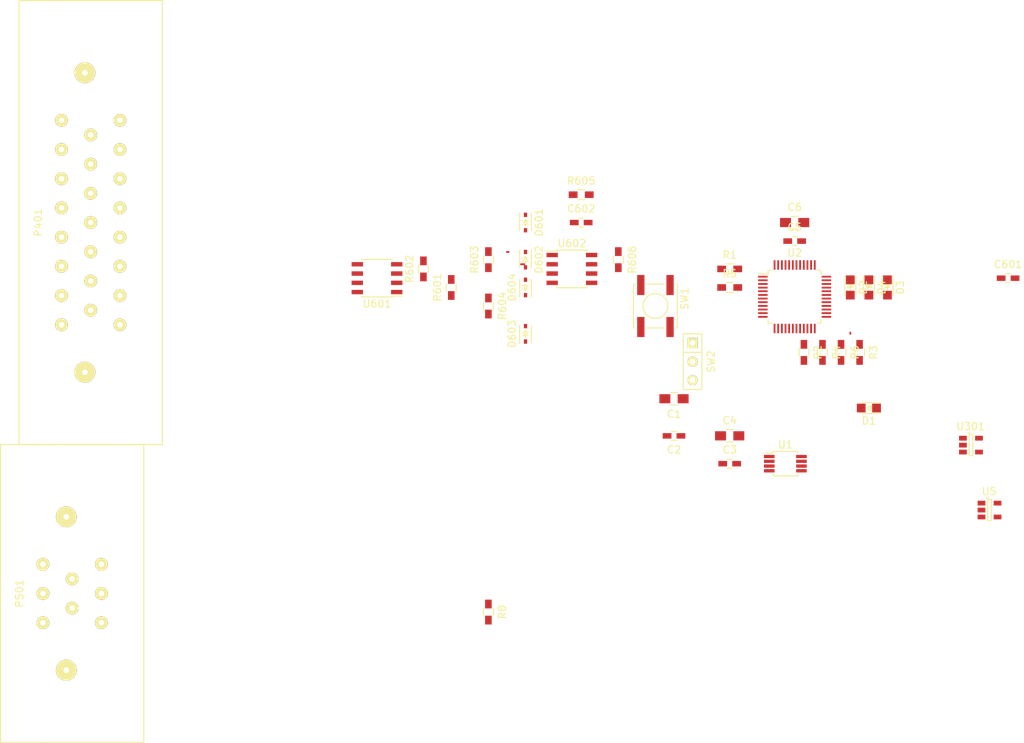
<source format=kicad_pcb>
(kicad_pcb (version 4) (host pcbnew "(2015-10-29 BZR 6286)-product")

  (general
    (links 88)
    (no_connects 88)
    (area 0 0 0 0)
    (thickness 1.6)
    (drawings 0)
    (tracks 3)
    (zones 0)
    (modules 39)
    (nets 87)
  )

  (page A4)
  (layers
    (0 F.Cu signal)
    (31 B.Cu signal)
    (32 B.Adhes user)
    (33 F.Adhes user)
    (34 B.Paste user)
    (35 F.Paste user)
    (36 B.SilkS user)
    (37 F.SilkS user)
    (38 B.Mask user)
    (39 F.Mask user)
    (40 Dwgs.User user)
    (41 Cmts.User user)
    (42 Eco1.User user)
    (43 Eco2.User user)
    (44 Edge.Cuts user)
    (45 Margin user)
    (46 B.CrtYd user)
    (47 F.CrtYd user)
    (48 B.Fab user)
    (49 F.Fab user)
  )

  (setup
    (last_trace_width 0.25)
    (trace_clearance 0.2)
    (zone_clearance 0.508)
    (zone_45_only no)
    (trace_min 0.2)
    (segment_width 0.2)
    (edge_width 0.1)
    (via_size 0.6)
    (via_drill 0.4)
    (via_min_size 0.4)
    (via_min_drill 0.3)
    (uvia_size 0.3)
    (uvia_drill 0.1)
    (uvias_allowed no)
    (uvia_min_size 0.2)
    (uvia_min_drill 0.1)
    (pcb_text_width 0.3)
    (pcb_text_size 1.5 1.5)
    (mod_edge_width 0.15)
    (mod_text_size 1 1)
    (mod_text_width 0.15)
    (pad_size 1.5 1.5)
    (pad_drill 0.6)
    (pad_to_mask_clearance 0)
    (aux_axis_origin 0 0)
    (visible_elements FFFFEF7F)
    (pcbplotparams
      (layerselection 0x00030_80000001)
      (usegerberextensions false)
      (excludeedgelayer true)
      (linewidth 0.100000)
      (plotframeref false)
      (viasonmask false)
      (mode 1)
      (useauxorigin false)
      (hpglpennumber 1)
      (hpglpenspeed 20)
      (hpglpendiameter 15)
      (hpglpenoverlay 2)
      (psnegative false)
      (psa4output false)
      (plotreference true)
      (plotvalue true)
      (plotinvisibletext false)
      (padsonsilk false)
      (subtractmaskfromsilk false)
      (outputformat 1)
      (mirror false)
      (drillshape 1)
      (scaleselection 1)
      (outputdirectory ""))
  )

  (net 0 "")
  (net 1 "/Micro Controller/CAN1P")
  (net 2 GND)
  (net 3 +3V3)
  (net 4 +12V)
  (net 5 "Net-(D1-Pad2)")
  (net 6 "Net-(D2-Pad2)")
  (net 7 "Net-(D3-Pad2)")
  (net 8 "Net-(D4-Pad2)")
  (net 9 "/Input Connectors/WVS+")
  (net 10 "/Input Connectors/WVS-")
  (net 11 "/Input Connectors/RXD")
  (net 12 "/Input Connectors/TXD")
  (net 13 "/Input Connectors/MCU_RESET_N")
  (net 14 "/Input Connectors/MCU_PROG_N")
  (net 15 "/Micro Controller/CAN1H")
  (net 16 "/Micro Controller/CAN1L")
  (net 17 "Net-(R2-Pad1)")
  (net 18 "Net-(R3-Pad1)")
  (net 19 "Net-(R4-Pad1)")
  (net 20 "Net-(R6-Pad1)")
  (net 21 "Net-(R601-Pad2)")
  (net 22 /WVS_Conditioner/vref)
  (net 23 "/Micro Controller/WVS_PULSE")
  (net 24 "Net-(U1-Pad2)")
  (net 25 "Net-(U1-Pad3)")
  (net 26 GNDD)
  (net 27 "/Micro Controller/PIO2_6")
  (net 28 "/Micro Controller/PIO0_1")
  (net 29 "Net-(U2-Pad6)")
  (net 30 "Net-(U2-Pad7)")
  (net 31 "/Micro Controller/PIO1_8")
  (net 32 "Net-(U2-Pad10)")
  (net 33 "/Micro Controller/PIO2_7")
  (net 34 "/Micro Controller/PIO2_8")
  (net 35 "/Micro Controller/PIO2_1")
  (net 36 "/Micro Controller/PIO0_3")
  (net 37 "/Micro Controller/PIO0_4")
  (net 38 "/Micro Controller/PIO0_5")
  (net 39 "/Micro Controller/PIO1_9")
  (net 40 "/Micro Controller/PIO2_4")
  (net 41 "Net-(U2-Pad25)")
  (net 42 "/Micro Controller/PIO2_2")
  (net 43 "Net-(U2-Pad27)")
  (net 44 "Net-(U2-Pad28)")
  (net 45 "Net-(U2-Pad29)")
  (net 46 "/Micro Controller/PIO1_10")
  (net 47 "Net-(U2-Pad31)")
  (net 48 "/Micro Controller/PIO0_11")
  (net 49 "/Micro Controller/PIO1_0")
  (net 50 "/Micro Controller/PIO1_1")
  (net 51 "/Micro Controller/PIO1_2")
  (net 52 "/Micro Controller/PIO3_0")
  (net 53 "/Micro Controller/PIO3_1")
  (net 54 "/Micro Controller/PIO2_3")
  (net 55 "/Micro Controller/PIO1_3")
  (net 56 "/Micro Controller/PIO1_4")
  (net 57 "/Micro Controller/PIO1_11")
  (net 58 "/Micro Controller/PIO3_2")
  (net 59 "/Micro Controller/PIO3_3")
  (net 60 "Net-(U5-Pad4)")
  (net 61 "Net-(U301-Pad2)")
  (net 62 "Net-(U301-Pad4)")
  (net 63 +5V)
  (net 64 "Net-(U602-Pad1)")
  (net 65 "Net-(U602-Pad5)")
  (net 66 "Net-(P401-Pad1)")
  (net 67 "Net-(P401-Pad2)")
  (net 68 "Net-(P401-Pad3)")
  (net 69 "Net-(P401-Pad4)")
  (net 70 "Net-(P401-Pad5)")
  (net 71 "Net-(P401-Pad6)")
  (net 72 "Net-(P401-Pad7)")
  (net 73 "Net-(P401-Pad8)")
  (net 74 "Net-(P401-Pad9)")
  (net 75 "Net-(P401-Pad10)")
  (net 76 "Net-(P401-Pad11)")
  (net 77 "Net-(P401-Pad12)")
  (net 78 "Net-(P401-Pad13)")
  (net 79 "Net-(P401-Pad14)")
  (net 80 "Net-(P401-Pad15)")
  (net 81 "Net-(P401-Pad16)")
  (net 82 "Net-(P401-Pad17)")
  (net 83 "Net-(P501-Pad7)")
  (net 84 "Net-(P501-Pad6)")
  (net 85 "Net-(P501-Pad8)")
  (net 86 "Net-(P501-Pad5)")

  (net_class Default "This is the default net class."
    (clearance 0.2)
    (trace_width 0.25)
    (via_dia 0.6)
    (via_drill 0.4)
    (uvia_dia 0.3)
    (uvia_drill 0.1)
    (add_net +12V)
    (add_net +3V3)
    (add_net +5V)
    (add_net "/Input Connectors/MCU_PROG_N")
    (add_net "/Input Connectors/MCU_RESET_N")
    (add_net "/Input Connectors/RXD")
    (add_net "/Input Connectors/TXD")
    (add_net "/Input Connectors/WVS+")
    (add_net "/Input Connectors/WVS-")
    (add_net "/Micro Controller/CAN1H")
    (add_net "/Micro Controller/CAN1L")
    (add_net "/Micro Controller/CAN1P")
    (add_net "/Micro Controller/PIO0_1")
    (add_net "/Micro Controller/PIO0_11")
    (add_net "/Micro Controller/PIO0_3")
    (add_net "/Micro Controller/PIO0_4")
    (add_net "/Micro Controller/PIO0_5")
    (add_net "/Micro Controller/PIO1_0")
    (add_net "/Micro Controller/PIO1_1")
    (add_net "/Micro Controller/PIO1_10")
    (add_net "/Micro Controller/PIO1_11")
    (add_net "/Micro Controller/PIO1_2")
    (add_net "/Micro Controller/PIO1_3")
    (add_net "/Micro Controller/PIO1_4")
    (add_net "/Micro Controller/PIO1_8")
    (add_net "/Micro Controller/PIO1_9")
    (add_net "/Micro Controller/PIO2_1")
    (add_net "/Micro Controller/PIO2_2")
    (add_net "/Micro Controller/PIO2_3")
    (add_net "/Micro Controller/PIO2_4")
    (add_net "/Micro Controller/PIO2_6")
    (add_net "/Micro Controller/PIO2_7")
    (add_net "/Micro Controller/PIO2_8")
    (add_net "/Micro Controller/PIO3_0")
    (add_net "/Micro Controller/PIO3_1")
    (add_net "/Micro Controller/PIO3_2")
    (add_net "/Micro Controller/PIO3_3")
    (add_net "/Micro Controller/WVS_PULSE")
    (add_net /WVS_Conditioner/vref)
    (add_net GND)
    (add_net GNDD)
    (add_net "Net-(D1-Pad2)")
    (add_net "Net-(D2-Pad2)")
    (add_net "Net-(D3-Pad2)")
    (add_net "Net-(D4-Pad2)")
    (add_net "Net-(P401-Pad1)")
    (add_net "Net-(P401-Pad10)")
    (add_net "Net-(P401-Pad11)")
    (add_net "Net-(P401-Pad12)")
    (add_net "Net-(P401-Pad13)")
    (add_net "Net-(P401-Pad14)")
    (add_net "Net-(P401-Pad15)")
    (add_net "Net-(P401-Pad16)")
    (add_net "Net-(P401-Pad17)")
    (add_net "Net-(P401-Pad2)")
    (add_net "Net-(P401-Pad3)")
    (add_net "Net-(P401-Pad4)")
    (add_net "Net-(P401-Pad5)")
    (add_net "Net-(P401-Pad6)")
    (add_net "Net-(P401-Pad7)")
    (add_net "Net-(P401-Pad8)")
    (add_net "Net-(P401-Pad9)")
    (add_net "Net-(P501-Pad5)")
    (add_net "Net-(P501-Pad6)")
    (add_net "Net-(P501-Pad7)")
    (add_net "Net-(P501-Pad8)")
    (add_net "Net-(R2-Pad1)")
    (add_net "Net-(R3-Pad1)")
    (add_net "Net-(R4-Pad1)")
    (add_net "Net-(R6-Pad1)")
    (add_net "Net-(R601-Pad2)")
    (add_net "Net-(U1-Pad2)")
    (add_net "Net-(U1-Pad3)")
    (add_net "Net-(U2-Pad10)")
    (add_net "Net-(U2-Pad25)")
    (add_net "Net-(U2-Pad27)")
    (add_net "Net-(U2-Pad28)")
    (add_net "Net-(U2-Pad29)")
    (add_net "Net-(U2-Pad31)")
    (add_net "Net-(U2-Pad6)")
    (add_net "Net-(U2-Pad7)")
    (add_net "Net-(U301-Pad2)")
    (add_net "Net-(U301-Pad4)")
    (add_net "Net-(U5-Pad4)")
    (add_net "Net-(U602-Pad1)")
    (add_net "Net-(U602-Pad5)")
  )

  (module Capacitors_SMD:C_0805_HandSoldering (layer F.Cu) (tedit 541A9B8D) (tstamp 5634ECCC)
    (at 156.21 95.25 180)
    (descr "Capacitor SMD 0805, hand soldering")
    (tags "capacitor 0805")
    (path /55FD8AB1/55FD94BD)
    (attr smd)
    (fp_text reference C1 (at 0 -2.1 180) (layer F.SilkS)
      (effects (font (size 1 1) (thickness 0.15)))
    )
    (fp_text value 1uF (at 0 2.1 180) (layer F.Fab)
      (effects (font (size 1 1) (thickness 0.15)))
    )
    (fp_line (start -2.3 -1) (end 2.3 -1) (layer F.CrtYd) (width 0.05))
    (fp_line (start -2.3 1) (end 2.3 1) (layer F.CrtYd) (width 0.05))
    (fp_line (start -2.3 -1) (end -2.3 1) (layer F.CrtYd) (width 0.05))
    (fp_line (start 2.3 -1) (end 2.3 1) (layer F.CrtYd) (width 0.05))
    (fp_line (start 0.5 -0.85) (end -0.5 -0.85) (layer F.SilkS) (width 0.15))
    (fp_line (start -0.5 0.85) (end 0.5 0.85) (layer F.SilkS) (width 0.15))
    (pad 1 smd rect (at -1.25 0 180) (size 1.5 1.25) (layers F.Cu F.Paste F.Mask)
      (net 1 "/Micro Controller/CAN1P"))
    (pad 2 smd rect (at 1.25 0 180) (size 1.5 1.25) (layers F.Cu F.Paste F.Mask)
      (net 2 GND))
    (model Capacitors_SMD.3dshapes/C_0805_HandSoldering.wrl
      (at (xyz 0 0 0))
      (scale (xyz 1 1 1))
      (rotate (xyz 0 0 0))
    )
  )

  (module Capacitors_SMD:C_0603_HandSoldering (layer F.Cu) (tedit 541A9B4D) (tstamp 5634ECD2)
    (at 156.21 100.33 180)
    (descr "Capacitor SMD 0603, hand soldering")
    (tags "capacitor 0603")
    (path /55FD8AB1/55FD94B7)
    (attr smd)
    (fp_text reference C2 (at 0 -1.9 180) (layer F.SilkS)
      (effects (font (size 1 1) (thickness 0.15)))
    )
    (fp_text value 0.1uF (at 0 1.9 180) (layer F.Fab)
      (effects (font (size 1 1) (thickness 0.15)))
    )
    (fp_line (start -1.85 -0.75) (end 1.85 -0.75) (layer F.CrtYd) (width 0.05))
    (fp_line (start -1.85 0.75) (end 1.85 0.75) (layer F.CrtYd) (width 0.05))
    (fp_line (start -1.85 -0.75) (end -1.85 0.75) (layer F.CrtYd) (width 0.05))
    (fp_line (start 1.85 -0.75) (end 1.85 0.75) (layer F.CrtYd) (width 0.05))
    (fp_line (start -0.35 -0.6) (end 0.35 -0.6) (layer F.SilkS) (width 0.15))
    (fp_line (start 0.35 0.6) (end -0.35 0.6) (layer F.SilkS) (width 0.15))
    (pad 1 smd rect (at -0.95 0 180) (size 1.2 0.75) (layers F.Cu F.Paste F.Mask)
      (net 1 "/Micro Controller/CAN1P"))
    (pad 2 smd rect (at 0.95 0 180) (size 1.2 0.75) (layers F.Cu F.Paste F.Mask)
      (net 2 GND))
    (model Capacitors_SMD.3dshapes/C_0603_HandSoldering.wrl
      (at (xyz 0 0 0))
      (scale (xyz 1 1 1))
      (rotate (xyz 0 0 0))
    )
  )

  (module Capacitors_SMD:C_0603_HandSoldering (layer F.Cu) (tedit 541A9B4D) (tstamp 5634ECD8)
    (at 163.83 104.14)
    (descr "Capacitor SMD 0603, hand soldering")
    (tags "capacitor 0603")
    (path /55FD8AB1/55FD90AA)
    (attr smd)
    (fp_text reference C3 (at 0 -1.9) (layer F.SilkS)
      (effects (font (size 1 1) (thickness 0.15)))
    )
    (fp_text value 0.1uF (at 0 1.9) (layer F.Fab)
      (effects (font (size 1 1) (thickness 0.15)))
    )
    (fp_line (start -1.85 -0.75) (end 1.85 -0.75) (layer F.CrtYd) (width 0.05))
    (fp_line (start -1.85 0.75) (end 1.85 0.75) (layer F.CrtYd) (width 0.05))
    (fp_line (start -1.85 -0.75) (end -1.85 0.75) (layer F.CrtYd) (width 0.05))
    (fp_line (start 1.85 -0.75) (end 1.85 0.75) (layer F.CrtYd) (width 0.05))
    (fp_line (start -0.35 -0.6) (end 0.35 -0.6) (layer F.SilkS) (width 0.15))
    (fp_line (start 0.35 0.6) (end -0.35 0.6) (layer F.SilkS) (width 0.15))
    (pad 1 smd rect (at -0.95 0) (size 1.2 0.75) (layers F.Cu F.Paste F.Mask)
      (net 3 +3V3))
    (pad 2 smd rect (at 0.95 0) (size 1.2 0.75) (layers F.Cu F.Paste F.Mask)
      (net 2 GND))
    (model Capacitors_SMD.3dshapes/C_0603_HandSoldering.wrl
      (at (xyz 0 0 0))
      (scale (xyz 1 1 1))
      (rotate (xyz 0 0 0))
    )
  )

  (module Capacitors_SMD:C_0805_HandSoldering (layer F.Cu) (tedit 541A9B8D) (tstamp 5634ECDE)
    (at 163.83 100.33)
    (descr "Capacitor SMD 0805, hand soldering")
    (tags "capacitor 0805")
    (path /55FD8AB1/55FD90FE)
    (attr smd)
    (fp_text reference C4 (at 0 -2.1) (layer F.SilkS)
      (effects (font (size 1 1) (thickness 0.15)))
    )
    (fp_text value 1uF (at 0 2.1) (layer F.Fab)
      (effects (font (size 1 1) (thickness 0.15)))
    )
    (fp_line (start -2.3 -1) (end 2.3 -1) (layer F.CrtYd) (width 0.05))
    (fp_line (start -2.3 1) (end 2.3 1) (layer F.CrtYd) (width 0.05))
    (fp_line (start -2.3 -1) (end -2.3 1) (layer F.CrtYd) (width 0.05))
    (fp_line (start 2.3 -1) (end 2.3 1) (layer F.CrtYd) (width 0.05))
    (fp_line (start 0.5 -0.85) (end -0.5 -0.85) (layer F.SilkS) (width 0.15))
    (fp_line (start -0.5 0.85) (end 0.5 0.85) (layer F.SilkS) (width 0.15))
    (pad 1 smd rect (at -1.25 0) (size 1.5 1.25) (layers F.Cu F.Paste F.Mask)
      (net 3 +3V3))
    (pad 2 smd rect (at 1.25 0) (size 1.5 1.25) (layers F.Cu F.Paste F.Mask)
      (net 2 GND))
    (model Capacitors_SMD.3dshapes/C_0805_HandSoldering.wrl
      (at (xyz 0 0 0))
      (scale (xyz 1 1 1))
      (rotate (xyz 0 0 0))
    )
  )

  (module Capacitors_SMD:C_0603_HandSoldering (layer F.Cu) (tedit 541A9B4D) (tstamp 5634ECE4)
    (at 172.72 73.66)
    (descr "Capacitor SMD 0603, hand soldering")
    (tags "capacitor 0603")
    (path /55FD8AB1/55FD8CDE)
    (attr smd)
    (fp_text reference C5 (at 0 -1.9) (layer F.SilkS)
      (effects (font (size 1 1) (thickness 0.15)))
    )
    (fp_text value 0.1uF (at 0 1.9) (layer F.Fab)
      (effects (font (size 1 1) (thickness 0.15)))
    )
    (fp_line (start -1.85 -0.75) (end 1.85 -0.75) (layer F.CrtYd) (width 0.05))
    (fp_line (start -1.85 0.75) (end 1.85 0.75) (layer F.CrtYd) (width 0.05))
    (fp_line (start -1.85 -0.75) (end -1.85 0.75) (layer F.CrtYd) (width 0.05))
    (fp_line (start 1.85 -0.75) (end 1.85 0.75) (layer F.CrtYd) (width 0.05))
    (fp_line (start -0.35 -0.6) (end 0.35 -0.6) (layer F.SilkS) (width 0.15))
    (fp_line (start 0.35 0.6) (end -0.35 0.6) (layer F.SilkS) (width 0.15))
    (pad 1 smd rect (at -0.95 0) (size 1.2 0.75) (layers F.Cu F.Paste F.Mask)
      (net 3 +3V3))
    (pad 2 smd rect (at 0.95 0) (size 1.2 0.75) (layers F.Cu F.Paste F.Mask)
      (net 2 GND))
    (model Capacitors_SMD.3dshapes/C_0603_HandSoldering.wrl
      (at (xyz 0 0 0))
      (scale (xyz 1 1 1))
      (rotate (xyz 0 0 0))
    )
  )

  (module Capacitors_SMD:C_0805_HandSoldering (layer F.Cu) (tedit 541A9B8D) (tstamp 5634ECEA)
    (at 172.72 71.12)
    (descr "Capacitor SMD 0805, hand soldering")
    (tags "capacitor 0805")
    (path /55FD8AB1/55FD8CE5)
    (attr smd)
    (fp_text reference C6 (at 0 -2.1) (layer F.SilkS)
      (effects (font (size 1 1) (thickness 0.15)))
    )
    (fp_text value 1=uF (at 0 2.1) (layer F.Fab)
      (effects (font (size 1 1) (thickness 0.15)))
    )
    (fp_line (start -2.3 -1) (end 2.3 -1) (layer F.CrtYd) (width 0.05))
    (fp_line (start -2.3 1) (end 2.3 1) (layer F.CrtYd) (width 0.05))
    (fp_line (start -2.3 -1) (end -2.3 1) (layer F.CrtYd) (width 0.05))
    (fp_line (start 2.3 -1) (end 2.3 1) (layer F.CrtYd) (width 0.05))
    (fp_line (start 0.5 -0.85) (end -0.5 -0.85) (layer F.SilkS) (width 0.15))
    (fp_line (start -0.5 0.85) (end 0.5 0.85) (layer F.SilkS) (width 0.15))
    (pad 1 smd rect (at -1.25 0) (size 1.5 1.25) (layers F.Cu F.Paste F.Mask)
      (net 3 +3V3))
    (pad 2 smd rect (at 1.25 0) (size 1.5 1.25) (layers F.Cu F.Paste F.Mask)
      (net 2 GND))
    (model Capacitors_SMD.3dshapes/C_0805_HandSoldering.wrl
      (at (xyz 0 0 0))
      (scale (xyz 1 1 1))
      (rotate (xyz 0 0 0))
    )
  )

  (module Capacitors_SMD:C_0603_HandSoldering (layer F.Cu) (tedit 541A9B4D) (tstamp 5634ECF0)
    (at 201.93 78.74)
    (descr "Capacitor SMD 0603, hand soldering")
    (tags "capacitor 0603")
    (path /562C193D/562C23DF)
    (attr smd)
    (fp_text reference C601 (at 0 -1.9) (layer F.SilkS)
      (effects (font (size 1 1) (thickness 0.15)))
    )
    (fp_text value 0.1uF (at 0 1.9) (layer F.Fab)
      (effects (font (size 1 1) (thickness 0.15)))
    )
    (fp_line (start -1.85 -0.75) (end 1.85 -0.75) (layer F.CrtYd) (width 0.05))
    (fp_line (start -1.85 0.75) (end 1.85 0.75) (layer F.CrtYd) (width 0.05))
    (fp_line (start -1.85 -0.75) (end -1.85 0.75) (layer F.CrtYd) (width 0.05))
    (fp_line (start 1.85 -0.75) (end 1.85 0.75) (layer F.CrtYd) (width 0.05))
    (fp_line (start -0.35 -0.6) (end 0.35 -0.6) (layer F.SilkS) (width 0.15))
    (fp_line (start 0.35 0.6) (end -0.35 0.6) (layer F.SilkS) (width 0.15))
    (pad 1 smd rect (at -0.95 0) (size 1.2 0.75) (layers F.Cu F.Paste F.Mask)
      (net 4 +12V))
    (pad 2 smd rect (at 0.95 0) (size 1.2 0.75) (layers F.Cu F.Paste F.Mask)
      (net 2 GND))
    (model Capacitors_SMD.3dshapes/C_0603_HandSoldering.wrl
      (at (xyz 0 0 0))
      (scale (xyz 1 1 1))
      (rotate (xyz 0 0 0))
    )
  )

  (module Capacitors_SMD:C_0603_HandSoldering (layer F.Cu) (tedit 541A9B4D) (tstamp 5634ECF6)
    (at 143.51 71.12)
    (descr "Capacitor SMD 0603, hand soldering")
    (tags "capacitor 0603")
    (path /562C193D/562C1B52)
    (attr smd)
    (fp_text reference C602 (at 0 -1.9) (layer F.SilkS)
      (effects (font (size 1 1) (thickness 0.15)))
    )
    (fp_text value 0.1uF (at 0 1.9) (layer F.Fab)
      (effects (font (size 1 1) (thickness 0.15)))
    )
    (fp_line (start -1.85 -0.75) (end 1.85 -0.75) (layer F.CrtYd) (width 0.05))
    (fp_line (start -1.85 0.75) (end 1.85 0.75) (layer F.CrtYd) (width 0.05))
    (fp_line (start -1.85 -0.75) (end -1.85 0.75) (layer F.CrtYd) (width 0.05))
    (fp_line (start 1.85 -0.75) (end 1.85 0.75) (layer F.CrtYd) (width 0.05))
    (fp_line (start -0.35 -0.6) (end 0.35 -0.6) (layer F.SilkS) (width 0.15))
    (fp_line (start 0.35 0.6) (end -0.35 0.6) (layer F.SilkS) (width 0.15))
    (pad 1 smd rect (at -0.95 0) (size 1.2 0.75) (layers F.Cu F.Paste F.Mask)
      (net 4 +12V))
    (pad 2 smd rect (at 0.95 0) (size 1.2 0.75) (layers F.Cu F.Paste F.Mask)
      (net 2 GND))
    (model Capacitors_SMD.3dshapes/C_0603_HandSoldering.wrl
      (at (xyz 0 0 0))
      (scale (xyz 1 1 1))
      (rotate (xyz 0 0 0))
    )
  )

  (module LEDs:LED-0805 (layer F.Cu) (tedit 55BDE1C2) (tstamp 5634ECFC)
    (at 182.88 96.52 180)
    (descr "LED 0805 smd package")
    (tags "LED 0805 SMD")
    (path /55FD8AB1/5619916F)
    (attr smd)
    (fp_text reference D1 (at 0 -1.75 180) (layer F.SilkS)
      (effects (font (size 1 1) (thickness 0.15)))
    )
    (fp_text value LED (at 0 1.75 180) (layer F.Fab)
      (effects (font (size 1 1) (thickness 0.15)))
    )
    (fp_line (start -1.6 0.75) (end 1.1 0.75) (layer F.SilkS) (width 0.15))
    (fp_line (start -1.6 -0.75) (end 1.1 -0.75) (layer F.SilkS) (width 0.15))
    (fp_line (start -0.1 0.15) (end -0.1 -0.1) (layer F.SilkS) (width 0.15))
    (fp_line (start -0.1 -0.1) (end -0.25 0.05) (layer F.SilkS) (width 0.15))
    (fp_line (start -0.35 -0.35) (end -0.35 0.35) (layer F.SilkS) (width 0.15))
    (fp_line (start 0 0) (end 0.35 0) (layer F.SilkS) (width 0.15))
    (fp_line (start -0.35 0) (end 0 -0.35) (layer F.SilkS) (width 0.15))
    (fp_line (start 0 -0.35) (end 0 0.35) (layer F.SilkS) (width 0.15))
    (fp_line (start 0 0.35) (end -0.35 0) (layer F.SilkS) (width 0.15))
    (fp_line (start 1.9 -0.95) (end 1.9 0.95) (layer F.CrtYd) (width 0.05))
    (fp_line (start 1.9 0.95) (end -1.9 0.95) (layer F.CrtYd) (width 0.05))
    (fp_line (start -1.9 0.95) (end -1.9 -0.95) (layer F.CrtYd) (width 0.05))
    (fp_line (start -1.9 -0.95) (end 1.9 -0.95) (layer F.CrtYd) (width 0.05))
    (pad 2 smd rect (at 1.04902 0) (size 1.19888 1.19888) (layers F.Cu F.Paste F.Mask)
      (net 5 "Net-(D1-Pad2)"))
    (pad 1 smd rect (at -1.04902 0) (size 1.19888 1.19888) (layers F.Cu F.Paste F.Mask)
      (net 2 GND))
    (model LEDs.3dshapes/LED-0805.wrl
      (at (xyz 0 0 0))
      (scale (xyz 1 1 1))
      (rotate (xyz 0 0 0))
    )
  )

  (module LEDs:LED-0805 (layer F.Cu) (tedit 55BDE1C2) (tstamp 5634ED02)
    (at 180.34 80.01 270)
    (descr "LED 0805 smd package")
    (tags "LED 0805 SMD")
    (path /55FD8AB1/56198FDC)
    (attr smd)
    (fp_text reference D2 (at 0 -1.75 270) (layer F.SilkS)
      (effects (font (size 1 1) (thickness 0.15)))
    )
    (fp_text value LED (at 0 1.75 270) (layer F.Fab)
      (effects (font (size 1 1) (thickness 0.15)))
    )
    (fp_line (start -1.6 0.75) (end 1.1 0.75) (layer F.SilkS) (width 0.15))
    (fp_line (start -1.6 -0.75) (end 1.1 -0.75) (layer F.SilkS) (width 0.15))
    (fp_line (start -0.1 0.15) (end -0.1 -0.1) (layer F.SilkS) (width 0.15))
    (fp_line (start -0.1 -0.1) (end -0.25 0.05) (layer F.SilkS) (width 0.15))
    (fp_line (start -0.35 -0.35) (end -0.35 0.35) (layer F.SilkS) (width 0.15))
    (fp_line (start 0 0) (end 0.35 0) (layer F.SilkS) (width 0.15))
    (fp_line (start -0.35 0) (end 0 -0.35) (layer F.SilkS) (width 0.15))
    (fp_line (start 0 -0.35) (end 0 0.35) (layer F.SilkS) (width 0.15))
    (fp_line (start 0 0.35) (end -0.35 0) (layer F.SilkS) (width 0.15))
    (fp_line (start 1.9 -0.95) (end 1.9 0.95) (layer F.CrtYd) (width 0.05))
    (fp_line (start 1.9 0.95) (end -1.9 0.95) (layer F.CrtYd) (width 0.05))
    (fp_line (start -1.9 0.95) (end -1.9 -0.95) (layer F.CrtYd) (width 0.05))
    (fp_line (start -1.9 -0.95) (end 1.9 -0.95) (layer F.CrtYd) (width 0.05))
    (pad 2 smd rect (at 1.04902 0 90) (size 1.19888 1.19888) (layers F.Cu F.Paste F.Mask)
      (net 6 "Net-(D2-Pad2)"))
    (pad 1 smd rect (at -1.04902 0 90) (size 1.19888 1.19888) (layers F.Cu F.Paste F.Mask)
      (net 2 GND))
    (model LEDs.3dshapes/LED-0805.wrl
      (at (xyz 0 0 0))
      (scale (xyz 1 1 1))
      (rotate (xyz 0 0 0))
    )
  )

  (module LEDs:LED-0805 (layer F.Cu) (tedit 55BDE1C2) (tstamp 5634ED08)
    (at 185.42 80.01 270)
    (descr "LED 0805 smd package")
    (tags "LED 0805 SMD")
    (path /55FD8AB1/56198BE4)
    (attr smd)
    (fp_text reference D3 (at 0 -1.75 270) (layer F.SilkS)
      (effects (font (size 1 1) (thickness 0.15)))
    )
    (fp_text value LED (at 0 1.75 270) (layer F.Fab)
      (effects (font (size 1 1) (thickness 0.15)))
    )
    (fp_line (start -1.6 0.75) (end 1.1 0.75) (layer F.SilkS) (width 0.15))
    (fp_line (start -1.6 -0.75) (end 1.1 -0.75) (layer F.SilkS) (width 0.15))
    (fp_line (start -0.1 0.15) (end -0.1 -0.1) (layer F.SilkS) (width 0.15))
    (fp_line (start -0.1 -0.1) (end -0.25 0.05) (layer F.SilkS) (width 0.15))
    (fp_line (start -0.35 -0.35) (end -0.35 0.35) (layer F.SilkS) (width 0.15))
    (fp_line (start 0 0) (end 0.35 0) (layer F.SilkS) (width 0.15))
    (fp_line (start -0.35 0) (end 0 -0.35) (layer F.SilkS) (width 0.15))
    (fp_line (start 0 -0.35) (end 0 0.35) (layer F.SilkS) (width 0.15))
    (fp_line (start 0 0.35) (end -0.35 0) (layer F.SilkS) (width 0.15))
    (fp_line (start 1.9 -0.95) (end 1.9 0.95) (layer F.CrtYd) (width 0.05))
    (fp_line (start 1.9 0.95) (end -1.9 0.95) (layer F.CrtYd) (width 0.05))
    (fp_line (start -1.9 0.95) (end -1.9 -0.95) (layer F.CrtYd) (width 0.05))
    (fp_line (start -1.9 -0.95) (end 1.9 -0.95) (layer F.CrtYd) (width 0.05))
    (pad 2 smd rect (at 1.04902 0 90) (size 1.19888 1.19888) (layers F.Cu F.Paste F.Mask)
      (net 7 "Net-(D3-Pad2)"))
    (pad 1 smd rect (at -1.04902 0 90) (size 1.19888 1.19888) (layers F.Cu F.Paste F.Mask)
      (net 2 GND))
    (model LEDs.3dshapes/LED-0805.wrl
      (at (xyz 0 0 0))
      (scale (xyz 1 1 1))
      (rotate (xyz 0 0 0))
    )
  )

  (module LEDs:LED-0805 (layer F.Cu) (tedit 55BDE1C2) (tstamp 5634ED0E)
    (at 182.88 80.01 270)
    (descr "LED 0805 smd package")
    (tags "LED 0805 SMD")
    (path /55FD8AB1/56198CE9)
    (attr smd)
    (fp_text reference D4 (at 0 -1.75 270) (layer F.SilkS)
      (effects (font (size 1 1) (thickness 0.15)))
    )
    (fp_text value LED (at 0 1.75 270) (layer F.Fab)
      (effects (font (size 1 1) (thickness 0.15)))
    )
    (fp_line (start -1.6 0.75) (end 1.1 0.75) (layer F.SilkS) (width 0.15))
    (fp_line (start -1.6 -0.75) (end 1.1 -0.75) (layer F.SilkS) (width 0.15))
    (fp_line (start -0.1 0.15) (end -0.1 -0.1) (layer F.SilkS) (width 0.15))
    (fp_line (start -0.1 -0.1) (end -0.25 0.05) (layer F.SilkS) (width 0.15))
    (fp_line (start -0.35 -0.35) (end -0.35 0.35) (layer F.SilkS) (width 0.15))
    (fp_line (start 0 0) (end 0.35 0) (layer F.SilkS) (width 0.15))
    (fp_line (start -0.35 0) (end 0 -0.35) (layer F.SilkS) (width 0.15))
    (fp_line (start 0 -0.35) (end 0 0.35) (layer F.SilkS) (width 0.15))
    (fp_line (start 0 0.35) (end -0.35 0) (layer F.SilkS) (width 0.15))
    (fp_line (start 1.9 -0.95) (end 1.9 0.95) (layer F.CrtYd) (width 0.05))
    (fp_line (start 1.9 0.95) (end -1.9 0.95) (layer F.CrtYd) (width 0.05))
    (fp_line (start -1.9 0.95) (end -1.9 -0.95) (layer F.CrtYd) (width 0.05))
    (fp_line (start -1.9 -0.95) (end 1.9 -0.95) (layer F.CrtYd) (width 0.05))
    (pad 2 smd rect (at 1.04902 0 90) (size 1.19888 1.19888) (layers F.Cu F.Paste F.Mask)
      (net 8 "Net-(D4-Pad2)"))
    (pad 1 smd rect (at -1.04902 0 90) (size 1.19888 1.19888) (layers F.Cu F.Paste F.Mask)
      (net 2 GND))
    (model LEDs.3dshapes/LED-0805.wrl
      (at (xyz 0 0 0))
      (scale (xyz 1 1 1))
      (rotate (xyz 0 0 0))
    )
  )

  (module Diodes_SMD:SOD-323 (layer F.Cu) (tedit 563E093D) (tstamp 5634ED14)
    (at 135.89 71.12 270)
    (descr SOD-323)
    (tags SOD-323)
    (path /562C193D/562C2C4D)
    (attr smd)
    (fp_text reference D601 (at 0 -1.85 270) (layer F.SilkS)
      (effects (font (size 1 1) (thickness 0.15)))
    )
    (fp_text value CUS08F30H3FTR-ND (at 0.1 1.9 270) (layer F.Fab) hide
      (effects (font (size 1 1) (thickness 0.15)))
    )
    (fp_line (start 0.25 0) (end 0.5 0) (layer F.SilkS) (width 0.15))
    (fp_line (start -0.25 0) (end -0.5 0) (layer F.SilkS) (width 0.15))
    (fp_line (start -0.25 0) (end 0.25 -0.35) (layer F.SilkS) (width 0.15))
    (fp_line (start 0.25 -0.35) (end 0.25 0.35) (layer F.SilkS) (width 0.15))
    (fp_line (start 0.25 0.35) (end -0.25 0) (layer F.SilkS) (width 0.15))
    (fp_line (start -0.25 -0.35) (end -0.25 0.35) (layer F.SilkS) (width 0.15))
    (fp_line (start -1.5 -0.95) (end 1.5 -0.95) (layer F.CrtYd) (width 0.05))
    (fp_line (start 1.5 -0.95) (end 1.5 0.95) (layer F.CrtYd) (width 0.05))
    (fp_line (start -1.5 0.95) (end 1.5 0.95) (layer F.CrtYd) (width 0.05))
    (fp_line (start -1.5 -0.95) (end -1.5 0.95) (layer F.CrtYd) (width 0.05))
    (fp_line (start -1.3 0.8) (end 1.1 0.8) (layer F.SilkS) (width 0.15))
    (fp_line (start -1.3 -0.8) (end 1.1 -0.8) (layer F.SilkS) (width 0.15))
    (pad 1 smd rect (at -1.055 0 270) (size 0.59 0.45) (layers F.Cu F.Paste F.Mask)
      (net 4 +12V))
    (pad 2 smd rect (at 1.055 0 270) (size 0.59 0.45) (layers F.Cu F.Paste F.Mask)
      (net 9 "/Input Connectors/WVS+"))
  )

  (module Diodes_SMD:SOD-323 (layer F.Cu) (tedit 563E0959) (tstamp 5634ED1A)
    (at 135.89 76.2 270)
    (descr SOD-323)
    (tags SOD-323)
    (path /562C193D/562C2C57)
    (attr smd)
    (fp_text reference D602 (at 0 -1.85 270) (layer F.SilkS)
      (effects (font (size 1 1) (thickness 0.15)))
    )
    (fp_text value CUS08F30H3FTR-ND (at 0.1 1.9 270) (layer F.Fab) hide
      (effects (font (size 1 1) (thickness 0.15)))
    )
    (fp_line (start 0.25 0) (end 0.5 0) (layer F.SilkS) (width 0.15))
    (fp_line (start -0.25 0) (end -0.5 0) (layer F.SilkS) (width 0.15))
    (fp_line (start -0.25 0) (end 0.25 -0.35) (layer F.SilkS) (width 0.15))
    (fp_line (start 0.25 -0.35) (end 0.25 0.35) (layer F.SilkS) (width 0.15))
    (fp_line (start 0.25 0.35) (end -0.25 0) (layer F.SilkS) (width 0.15))
    (fp_line (start -0.25 -0.35) (end -0.25 0.35) (layer F.SilkS) (width 0.15))
    (fp_line (start -1.5 -0.95) (end 1.5 -0.95) (layer F.CrtYd) (width 0.05))
    (fp_line (start 1.5 -0.95) (end 1.5 0.95) (layer F.CrtYd) (width 0.05))
    (fp_line (start -1.5 0.95) (end 1.5 0.95) (layer F.CrtYd) (width 0.05))
    (fp_line (start -1.5 -0.95) (end -1.5 0.95) (layer F.CrtYd) (width 0.05))
    (fp_line (start -1.3 0.8) (end 1.1 0.8) (layer F.SilkS) (width 0.15))
    (fp_line (start -1.3 -0.8) (end 1.1 -0.8) (layer F.SilkS) (width 0.15))
    (pad 1 smd rect (at -1.055 0 270) (size 0.59 0.45) (layers F.Cu F.Paste F.Mask)
      (net 9 "/Input Connectors/WVS+"))
    (pad 2 smd rect (at 1.055 0 270) (size 0.59 0.45) (layers F.Cu F.Paste F.Mask)
      (net 2 GND))
  )

  (module Diodes_SMD:SOD-323 (layer F.Cu) (tedit 563E0962) (tstamp 5634ED20)
    (at 135.89 86.36 90)
    (descr SOD-323)
    (tags SOD-323)
    (path /562C193D/562C1CED)
    (attr smd)
    (fp_text reference D603 (at 0 -1.85 90) (layer F.SilkS)
      (effects (font (size 1 1) (thickness 0.15)))
    )
    (fp_text value CUS08F30H3FTR-ND (at 0.1 1.9 90) (layer F.Fab) hide
      (effects (font (size 1 1) (thickness 0.15)))
    )
    (fp_line (start 0.25 0) (end 0.5 0) (layer F.SilkS) (width 0.15))
    (fp_line (start -0.25 0) (end -0.5 0) (layer F.SilkS) (width 0.15))
    (fp_line (start -0.25 0) (end 0.25 -0.35) (layer F.SilkS) (width 0.15))
    (fp_line (start 0.25 -0.35) (end 0.25 0.35) (layer F.SilkS) (width 0.15))
    (fp_line (start 0.25 0.35) (end -0.25 0) (layer F.SilkS) (width 0.15))
    (fp_line (start -0.25 -0.35) (end -0.25 0.35) (layer F.SilkS) (width 0.15))
    (fp_line (start -1.5 -0.95) (end 1.5 -0.95) (layer F.CrtYd) (width 0.05))
    (fp_line (start 1.5 -0.95) (end 1.5 0.95) (layer F.CrtYd) (width 0.05))
    (fp_line (start -1.5 0.95) (end 1.5 0.95) (layer F.CrtYd) (width 0.05))
    (fp_line (start -1.5 -0.95) (end -1.5 0.95) (layer F.CrtYd) (width 0.05))
    (fp_line (start -1.3 0.8) (end 1.1 0.8) (layer F.SilkS) (width 0.15))
    (fp_line (start -1.3 -0.8) (end 1.1 -0.8) (layer F.SilkS) (width 0.15))
    (pad 1 smd rect (at -1.055 0 90) (size 0.59 0.45) (layers F.Cu F.Paste F.Mask)
      (net 4 +12V))
    (pad 2 smd rect (at 1.055 0 90) (size 0.59 0.45) (layers F.Cu F.Paste F.Mask)
      (net 10 "/Input Connectors/WVS-"))
  )

  (module Diodes_SMD:SOD-323 (layer F.Cu) (tedit 563E0968) (tstamp 5634ED26)
    (at 135.89 80.01 90)
    (descr SOD-323)
    (tags SOD-323)
    (path /562C193D/562C1E35)
    (attr smd)
    (fp_text reference D604 (at 0 -1.85 90) (layer F.SilkS)
      (effects (font (size 1 1) (thickness 0.15)))
    )
    (fp_text value CUS08F30H3FTR-ND (at 0.1 1.9 90) (layer F.Fab) hide
      (effects (font (size 1 1) (thickness 0.15)))
    )
    (fp_line (start 0.25 0) (end 0.5 0) (layer F.SilkS) (width 0.15))
    (fp_line (start -0.25 0) (end -0.5 0) (layer F.SilkS) (width 0.15))
    (fp_line (start -0.25 0) (end 0.25 -0.35) (layer F.SilkS) (width 0.15))
    (fp_line (start 0.25 -0.35) (end 0.25 0.35) (layer F.SilkS) (width 0.15))
    (fp_line (start 0.25 0.35) (end -0.25 0) (layer F.SilkS) (width 0.15))
    (fp_line (start -0.25 -0.35) (end -0.25 0.35) (layer F.SilkS) (width 0.15))
    (fp_line (start -1.5 -0.95) (end 1.5 -0.95) (layer F.CrtYd) (width 0.05))
    (fp_line (start 1.5 -0.95) (end 1.5 0.95) (layer F.CrtYd) (width 0.05))
    (fp_line (start -1.5 0.95) (end 1.5 0.95) (layer F.CrtYd) (width 0.05))
    (fp_line (start -1.5 -0.95) (end -1.5 0.95) (layer F.CrtYd) (width 0.05))
    (fp_line (start -1.3 0.8) (end 1.1 0.8) (layer F.SilkS) (width 0.15))
    (fp_line (start -1.3 -0.8) (end 1.1 -0.8) (layer F.SilkS) (width 0.15))
    (pad 1 smd rect (at -1.055 0 90) (size 0.59 0.45) (layers F.Cu F.Paste F.Mask)
      (net 10 "/Input Connectors/WVS-"))
    (pad 2 smd rect (at 1.055 0 90) (size 0.59 0.45) (layers F.Cu F.Paste F.Mask)
      (net 2 GND))
  )

  (module Resistors_SMD:R_0603_HandSoldering (layer F.Cu) (tedit 5418A00F) (tstamp 5634ED3E)
    (at 163.83 77.47)
    (descr "Resistor SMD 0603, hand soldering")
    (tags "resistor 0603")
    (path /55FD8AB1/55FD98BA)
    (attr smd)
    (fp_text reference R1 (at 0 -1.9) (layer F.SilkS)
      (effects (font (size 1 1) (thickness 0.15)))
    )
    (fp_text value 10k (at 0 1.9) (layer F.Fab)
      (effects (font (size 1 1) (thickness 0.15)))
    )
    (fp_line (start -2 -0.8) (end 2 -0.8) (layer F.CrtYd) (width 0.05))
    (fp_line (start -2 0.8) (end 2 0.8) (layer F.CrtYd) (width 0.05))
    (fp_line (start -2 -0.8) (end -2 0.8) (layer F.CrtYd) (width 0.05))
    (fp_line (start 2 -0.8) (end 2 0.8) (layer F.CrtYd) (width 0.05))
    (fp_line (start 0.5 0.675) (end -0.5 0.675) (layer F.SilkS) (width 0.15))
    (fp_line (start -0.5 -0.675) (end 0.5 -0.675) (layer F.SilkS) (width 0.15))
    (pad 1 smd rect (at -1.1 0) (size 1.2 0.9) (layers F.Cu F.Paste F.Mask)
      (net 3 +3V3))
    (pad 2 smd rect (at 1.1 0) (size 1.2 0.9) (layers F.Cu F.Paste F.Mask)
      (net 13 "/Input Connectors/MCU_RESET_N"))
    (model Resistors_SMD.3dshapes/R_0603_HandSoldering.wrl
      (at (xyz 0 0 0))
      (scale (xyz 1 1 1))
      (rotate (xyz 0 0 0))
    )
  )

  (module Resistors_SMD:R_0603_HandSoldering (layer F.Cu) (tedit 5418A00F) (tstamp 5634ED44)
    (at 173.99 88.9 270)
    (descr "Resistor SMD 0603, hand soldering")
    (tags "resistor 0603")
    (path /55FD8AB1/561994AC)
    (attr smd)
    (fp_text reference R2 (at 0 -1.9 270) (layer F.SilkS)
      (effects (font (size 1 1) (thickness 0.15)))
    )
    (fp_text value 100 (at 0 1.9 270) (layer F.Fab)
      (effects (font (size 1 1) (thickness 0.15)))
    )
    (fp_line (start -2 -0.8) (end 2 -0.8) (layer F.CrtYd) (width 0.05))
    (fp_line (start -2 0.8) (end 2 0.8) (layer F.CrtYd) (width 0.05))
    (fp_line (start -2 -0.8) (end -2 0.8) (layer F.CrtYd) (width 0.05))
    (fp_line (start 2 -0.8) (end 2 0.8) (layer F.CrtYd) (width 0.05))
    (fp_line (start 0.5 0.675) (end -0.5 0.675) (layer F.SilkS) (width 0.15))
    (fp_line (start -0.5 -0.675) (end 0.5 -0.675) (layer F.SilkS) (width 0.15))
    (pad 1 smd rect (at -1.1 0 270) (size 1.2 0.9) (layers F.Cu F.Paste F.Mask)
      (net 17 "Net-(R2-Pad1)"))
    (pad 2 smd rect (at 1.1 0 270) (size 1.2 0.9) (layers F.Cu F.Paste F.Mask)
      (net 5 "Net-(D1-Pad2)"))
    (model Resistors_SMD.3dshapes/R_0603_HandSoldering.wrl
      (at (xyz 0 0 0))
      (scale (xyz 1 1 1))
      (rotate (xyz 0 0 0))
    )
  )

  (module Resistors_SMD:R_0603_HandSoldering (layer F.Cu) (tedit 5418A00F) (tstamp 5634ED4A)
    (at 181.61 88.9 270)
    (descr "Resistor SMD 0603, hand soldering")
    (tags "resistor 0603")
    (path /55FD8AB1/56199538)
    (attr smd)
    (fp_text reference R3 (at 0 -1.9 270) (layer F.SilkS)
      (effects (font (size 1 1) (thickness 0.15)))
    )
    (fp_text value 100 (at 0 1.9 270) (layer F.Fab)
      (effects (font (size 1 1) (thickness 0.15)))
    )
    (fp_line (start -2 -0.8) (end 2 -0.8) (layer F.CrtYd) (width 0.05))
    (fp_line (start -2 0.8) (end 2 0.8) (layer F.CrtYd) (width 0.05))
    (fp_line (start -2 -0.8) (end -2 0.8) (layer F.CrtYd) (width 0.05))
    (fp_line (start 2 -0.8) (end 2 0.8) (layer F.CrtYd) (width 0.05))
    (fp_line (start 0.5 0.675) (end -0.5 0.675) (layer F.SilkS) (width 0.15))
    (fp_line (start -0.5 -0.675) (end 0.5 -0.675) (layer F.SilkS) (width 0.15))
    (pad 1 smd rect (at -1.1 0 270) (size 1.2 0.9) (layers F.Cu F.Paste F.Mask)
      (net 18 "Net-(R3-Pad1)"))
    (pad 2 smd rect (at 1.1 0 270) (size 1.2 0.9) (layers F.Cu F.Paste F.Mask)
      (net 6 "Net-(D2-Pad2)"))
    (model Resistors_SMD.3dshapes/R_0603_HandSoldering.wrl
      (at (xyz 0 0 0))
      (scale (xyz 1 1 1))
      (rotate (xyz 0 0 0))
    )
  )

  (module Resistors_SMD:R_0603_HandSoldering (layer F.Cu) (tedit 5418A00F) (tstamp 5634ED50)
    (at 176.53 88.9 270)
    (descr "Resistor SMD 0603, hand soldering")
    (tags "resistor 0603")
    (path /55FD8AB1/561995C8)
    (attr smd)
    (fp_text reference R4 (at 0 -1.9 270) (layer F.SilkS)
      (effects (font (size 1 1) (thickness 0.15)))
    )
    (fp_text value 100 (at 0 1.9 270) (layer F.Fab)
      (effects (font (size 1 1) (thickness 0.15)))
    )
    (fp_line (start -2 -0.8) (end 2 -0.8) (layer F.CrtYd) (width 0.05))
    (fp_line (start -2 0.8) (end 2 0.8) (layer F.CrtYd) (width 0.05))
    (fp_line (start -2 -0.8) (end -2 0.8) (layer F.CrtYd) (width 0.05))
    (fp_line (start 2 -0.8) (end 2 0.8) (layer F.CrtYd) (width 0.05))
    (fp_line (start 0.5 0.675) (end -0.5 0.675) (layer F.SilkS) (width 0.15))
    (fp_line (start -0.5 -0.675) (end 0.5 -0.675) (layer F.SilkS) (width 0.15))
    (pad 1 smd rect (at -1.1 0 270) (size 1.2 0.9) (layers F.Cu F.Paste F.Mask)
      (net 19 "Net-(R4-Pad1)"))
    (pad 2 smd rect (at 1.1 0 270) (size 1.2 0.9) (layers F.Cu F.Paste F.Mask)
      (net 7 "Net-(D3-Pad2)"))
    (model Resistors_SMD.3dshapes/R_0603_HandSoldering.wrl
      (at (xyz 0 0 0))
      (scale (xyz 1 1 1))
      (rotate (xyz 0 0 0))
    )
  )

  (module Resistors_SMD:R_0603_HandSoldering (layer F.Cu) (tedit 5418A00F) (tstamp 5634ED56)
    (at 163.83 80.01)
    (descr "Resistor SMD 0603, hand soldering")
    (tags "resistor 0603")
    (path /55FD8AB1/55FD99AE)
    (attr smd)
    (fp_text reference R5 (at 0 -1.9) (layer F.SilkS)
      (effects (font (size 1 1) (thickness 0.15)))
    )
    (fp_text value 10k (at 0 1.9) (layer F.Fab)
      (effects (font (size 1 1) (thickness 0.15)))
    )
    (fp_line (start -2 -0.8) (end 2 -0.8) (layer F.CrtYd) (width 0.05))
    (fp_line (start -2 0.8) (end 2 0.8) (layer F.CrtYd) (width 0.05))
    (fp_line (start -2 -0.8) (end -2 0.8) (layer F.CrtYd) (width 0.05))
    (fp_line (start 2 -0.8) (end 2 0.8) (layer F.CrtYd) (width 0.05))
    (fp_line (start 0.5 0.675) (end -0.5 0.675) (layer F.SilkS) (width 0.15))
    (fp_line (start -0.5 -0.675) (end 0.5 -0.675) (layer F.SilkS) (width 0.15))
    (pad 1 smd rect (at -1.1 0) (size 1.2 0.9) (layers F.Cu F.Paste F.Mask)
      (net 3 +3V3))
    (pad 2 smd rect (at 1.1 0) (size 1.2 0.9) (layers F.Cu F.Paste F.Mask)
      (net 14 "/Input Connectors/MCU_PROG_N"))
    (model Resistors_SMD.3dshapes/R_0603_HandSoldering.wrl
      (at (xyz 0 0 0))
      (scale (xyz 1 1 1))
      (rotate (xyz 0 0 0))
    )
  )

  (module Resistors_SMD:R_0603_HandSoldering (layer F.Cu) (tedit 5418A00F) (tstamp 5634ED5C)
    (at 179.07 88.9 270)
    (descr "Resistor SMD 0603, hand soldering")
    (tags "resistor 0603")
    (path /55FD8AB1/5619962D)
    (attr smd)
    (fp_text reference R6 (at 0 -1.9 270) (layer F.SilkS)
      (effects (font (size 1 1) (thickness 0.15)))
    )
    (fp_text value 100 (at 0 1.9 270) (layer F.Fab)
      (effects (font (size 1 1) (thickness 0.15)))
    )
    (fp_line (start -2 -0.8) (end 2 -0.8) (layer F.CrtYd) (width 0.05))
    (fp_line (start -2 0.8) (end 2 0.8) (layer F.CrtYd) (width 0.05))
    (fp_line (start -2 -0.8) (end -2 0.8) (layer F.CrtYd) (width 0.05))
    (fp_line (start 2 -0.8) (end 2 0.8) (layer F.CrtYd) (width 0.05))
    (fp_line (start 0.5 0.675) (end -0.5 0.675) (layer F.SilkS) (width 0.15))
    (fp_line (start -0.5 -0.675) (end 0.5 -0.675) (layer F.SilkS) (width 0.15))
    (pad 1 smd rect (at -1.1 0 270) (size 1.2 0.9) (layers F.Cu F.Paste F.Mask)
      (net 20 "Net-(R6-Pad1)"))
    (pad 2 smd rect (at 1.1 0 270) (size 1.2 0.9) (layers F.Cu F.Paste F.Mask)
      (net 8 "Net-(D4-Pad2)"))
    (model Resistors_SMD.3dshapes/R_0603_HandSoldering.wrl
      (at (xyz 0 0 0))
      (scale (xyz 1 1 1))
      (rotate (xyz 0 0 0))
    )
  )

  (module Resistors_SMD:R_0603_HandSoldering (layer F.Cu) (tedit 5418A00F) (tstamp 5634ED62)
    (at 130.81 124.46 270)
    (descr "Resistor SMD 0603, hand soldering")
    (tags "resistor 0603")
    (path /55FDCA7F/561987A8)
    (attr smd)
    (fp_text reference R8 (at 0 -1.9 270) (layer F.SilkS)
      (effects (font (size 1 1) (thickness 0.15)))
    )
    (fp_text value 120 (at 0 1.9 270) (layer F.Fab)
      (effects (font (size 1 1) (thickness 0.15)))
    )
    (fp_line (start -2 -0.8) (end 2 -0.8) (layer F.CrtYd) (width 0.05))
    (fp_line (start -2 0.8) (end 2 0.8) (layer F.CrtYd) (width 0.05))
    (fp_line (start -2 -0.8) (end -2 0.8) (layer F.CrtYd) (width 0.05))
    (fp_line (start 2 -0.8) (end 2 0.8) (layer F.CrtYd) (width 0.05))
    (fp_line (start 0.5 0.675) (end -0.5 0.675) (layer F.SilkS) (width 0.15))
    (fp_line (start -0.5 -0.675) (end 0.5 -0.675) (layer F.SilkS) (width 0.15))
    (pad 1 smd rect (at -1.1 0 270) (size 1.2 0.9) (layers F.Cu F.Paste F.Mask)
      (net 15 "/Micro Controller/CAN1H"))
    (pad 2 smd rect (at 1.1 0 270) (size 1.2 0.9) (layers F.Cu F.Paste F.Mask)
      (net 16 "/Micro Controller/CAN1L"))
    (model Resistors_SMD.3dshapes/R_0603_HandSoldering.wrl
      (at (xyz 0 0 0))
      (scale (xyz 1 1 1))
      (rotate (xyz 0 0 0))
    )
  )

  (module Resistors_SMD:R_0603_HandSoldering (layer F.Cu) (tedit 5418A00F) (tstamp 5634ED68)
    (at 125.73 80.01 90)
    (descr "Resistor SMD 0603, hand soldering")
    (tags "resistor 0603")
    (path /562C193D/562C20C7)
    (attr smd)
    (fp_text reference R601 (at 0 -1.9 90) (layer F.SilkS)
      (effects (font (size 1 1) (thickness 0.15)))
    )
    (fp_text value 1k (at 0 1.9 90) (layer F.Fab)
      (effects (font (size 1 1) (thickness 0.15)))
    )
    (fp_line (start -2 -0.8) (end 2 -0.8) (layer F.CrtYd) (width 0.05))
    (fp_line (start -2 0.8) (end 2 0.8) (layer F.CrtYd) (width 0.05))
    (fp_line (start -2 -0.8) (end -2 0.8) (layer F.CrtYd) (width 0.05))
    (fp_line (start 2 -0.8) (end 2 0.8) (layer F.CrtYd) (width 0.05))
    (fp_line (start 0.5 0.675) (end -0.5 0.675) (layer F.SilkS) (width 0.15))
    (fp_line (start -0.5 -0.675) (end 0.5 -0.675) (layer F.SilkS) (width 0.15))
    (pad 1 smd rect (at -1.1 0 90) (size 1.2 0.9) (layers F.Cu F.Paste F.Mask)
      (net 4 +12V))
    (pad 2 smd rect (at 1.1 0 90) (size 1.2 0.9) (layers F.Cu F.Paste F.Mask)
      (net 21 "Net-(R601-Pad2)"))
    (model Resistors_SMD.3dshapes/R_0603_HandSoldering.wrl
      (at (xyz 0 0 0))
      (scale (xyz 1 1 1))
      (rotate (xyz 0 0 0))
    )
  )

  (module Resistors_SMD:R_0603_HandSoldering (layer F.Cu) (tedit 5418A00F) (tstamp 5634ED6E)
    (at 121.92 77.47 90)
    (descr "Resistor SMD 0603, hand soldering")
    (tags "resistor 0603")
    (path /562C193D/562C21BF)
    (attr smd)
    (fp_text reference R602 (at 0 -1.9 90) (layer F.SilkS)
      (effects (font (size 1 1) (thickness 0.15)))
    )
    (fp_text value 1k (at 0 1.9 90) (layer F.Fab)
      (effects (font (size 1 1) (thickness 0.15)))
    )
    (fp_line (start -2 -0.8) (end 2 -0.8) (layer F.CrtYd) (width 0.05))
    (fp_line (start -2 0.8) (end 2 0.8) (layer F.CrtYd) (width 0.05))
    (fp_line (start -2 -0.8) (end -2 0.8) (layer F.CrtYd) (width 0.05))
    (fp_line (start 2 -0.8) (end 2 0.8) (layer F.CrtYd) (width 0.05))
    (fp_line (start 0.5 0.675) (end -0.5 0.675) (layer F.SilkS) (width 0.15))
    (fp_line (start -0.5 -0.675) (end 0.5 -0.675) (layer F.SilkS) (width 0.15))
    (pad 1 smd rect (at -1.1 0 90) (size 1.2 0.9) (layers F.Cu F.Paste F.Mask)
      (net 21 "Net-(R601-Pad2)"))
    (pad 2 smd rect (at 1.1 0 90) (size 1.2 0.9) (layers F.Cu F.Paste F.Mask)
      (net 2 GND))
    (model Resistors_SMD.3dshapes/R_0603_HandSoldering.wrl
      (at (xyz 0 0 0))
      (scale (xyz 1 1 1))
      (rotate (xyz 0 0 0))
    )
  )

  (module Resistors_SMD:R_0603_HandSoldering (layer F.Cu) (tedit 5418A00F) (tstamp 5634ED74)
    (at 130.81 76.2 90)
    (descr "Resistor SMD 0603, hand soldering")
    (tags "resistor 0603")
    (path /562C193D/562C2E92)
    (attr smd)
    (fp_text reference R603 (at 0 -1.9 90) (layer F.SilkS)
      (effects (font (size 1 1) (thickness 0.15)))
    )
    (fp_text value 1k (at 0 1.9 90) (layer F.Fab)
      (effects (font (size 1 1) (thickness 0.15)))
    )
    (fp_line (start -2 -0.8) (end 2 -0.8) (layer F.CrtYd) (width 0.05))
    (fp_line (start -2 0.8) (end 2 0.8) (layer F.CrtYd) (width 0.05))
    (fp_line (start -2 -0.8) (end -2 0.8) (layer F.CrtYd) (width 0.05))
    (fp_line (start 2 -0.8) (end 2 0.8) (layer F.CrtYd) (width 0.05))
    (fp_line (start 0.5 0.675) (end -0.5 0.675) (layer F.SilkS) (width 0.15))
    (fp_line (start -0.5 -0.675) (end 0.5 -0.675) (layer F.SilkS) (width 0.15))
    (pad 1 smd rect (at -1.1 0 90) (size 1.2 0.9) (layers F.Cu F.Paste F.Mask)
      (net 22 /WVS_Conditioner/vref))
    (pad 2 smd rect (at 1.1 0 90) (size 1.2 0.9) (layers F.Cu F.Paste F.Mask)
      (net 9 "/Input Connectors/WVS+"))
    (model Resistors_SMD.3dshapes/R_0603_HandSoldering.wrl
      (at (xyz 0 0 0))
      (scale (xyz 1 1 1))
      (rotate (xyz 0 0 0))
    )
  )

  (module Resistors_SMD:R_0603_HandSoldering (layer F.Cu) (tedit 5418A00F) (tstamp 5634ED7A)
    (at 130.81 82.55 270)
    (descr "Resistor SMD 0603, hand soldering")
    (tags "resistor 0603")
    (path /562C193D/562C1C7E)
    (attr smd)
    (fp_text reference R604 (at 0 -1.9 270) (layer F.SilkS)
      (effects (font (size 1 1) (thickness 0.15)))
    )
    (fp_text value 1k (at 0 1.9 270) (layer F.Fab)
      (effects (font (size 1 1) (thickness 0.15)))
    )
    (fp_line (start -2 -0.8) (end 2 -0.8) (layer F.CrtYd) (width 0.05))
    (fp_line (start -2 0.8) (end 2 0.8) (layer F.CrtYd) (width 0.05))
    (fp_line (start -2 -0.8) (end -2 0.8) (layer F.CrtYd) (width 0.05))
    (fp_line (start 2 -0.8) (end 2 0.8) (layer F.CrtYd) (width 0.05))
    (fp_line (start 0.5 0.675) (end -0.5 0.675) (layer F.SilkS) (width 0.15))
    (fp_line (start -0.5 -0.675) (end 0.5 -0.675) (layer F.SilkS) (width 0.15))
    (pad 1 smd rect (at -1.1 0 270) (size 1.2 0.9) (layers F.Cu F.Paste F.Mask)
      (net 10 "/Input Connectors/WVS-"))
    (pad 2 smd rect (at 1.1 0 270) (size 1.2 0.9) (layers F.Cu F.Paste F.Mask)
      (net 22 /WVS_Conditioner/vref))
    (model Resistors_SMD.3dshapes/R_0603_HandSoldering.wrl
      (at (xyz 0 0 0))
      (scale (xyz 1 1 1))
      (rotate (xyz 0 0 0))
    )
  )

  (module Resistors_SMD:R_0603_HandSoldering (layer F.Cu) (tedit 5418A00F) (tstamp 5634ED80)
    (at 143.51 67.31)
    (descr "Resistor SMD 0603, hand soldering")
    (tags "resistor 0603")
    (path /562C193D/562C3805)
    (attr smd)
    (fp_text reference R605 (at 0 -1.9) (layer F.SilkS)
      (effects (font (size 1 1) (thickness 0.15)))
    )
    (fp_text value 87k (at 0 1.9) (layer F.Fab)
      (effects (font (size 1 1) (thickness 0.15)))
    )
    (fp_line (start -2 -0.8) (end 2 -0.8) (layer F.CrtYd) (width 0.05))
    (fp_line (start -2 0.8) (end 2 0.8) (layer F.CrtYd) (width 0.05))
    (fp_line (start -2 -0.8) (end -2 0.8) (layer F.CrtYd) (width 0.05))
    (fp_line (start 2 -0.8) (end 2 0.8) (layer F.CrtYd) (width 0.05))
    (fp_line (start 0.5 0.675) (end -0.5 0.675) (layer F.SilkS) (width 0.15))
    (fp_line (start -0.5 -0.675) (end 0.5 -0.675) (layer F.SilkS) (width 0.15))
    (pad 1 smd rect (at -1.1 0) (size 1.2 0.9) (layers F.Cu F.Paste F.Mask)
      (net 9 "/Input Connectors/WVS+"))
    (pad 2 smd rect (at 1.1 0) (size 1.2 0.9) (layers F.Cu F.Paste F.Mask)
      (net 23 "/Micro Controller/WVS_PULSE"))
    (model Resistors_SMD.3dshapes/R_0603_HandSoldering.wrl
      (at (xyz 0 0 0))
      (scale (xyz 1 1 1))
      (rotate (xyz 0 0 0))
    )
  )

  (module Resistors_SMD:R_0603_HandSoldering (layer F.Cu) (tedit 5418A00F) (tstamp 5634ED86)
    (at 148.59 76.2 270)
    (descr "Resistor SMD 0603, hand soldering")
    (tags "resistor 0603")
    (path /562C193D/562C32FD)
    (attr smd)
    (fp_text reference R606 (at 0 -1.9 270) (layer F.SilkS)
      (effects (font (size 1 1) (thickness 0.15)))
    )
    (fp_text value 10k (at 0 1.9 270) (layer F.Fab)
      (effects (font (size 1 1) (thickness 0.15)))
    )
    (fp_line (start -2 -0.8) (end 2 -0.8) (layer F.CrtYd) (width 0.05))
    (fp_line (start -2 0.8) (end 2 0.8) (layer F.CrtYd) (width 0.05))
    (fp_line (start -2 -0.8) (end -2 0.8) (layer F.CrtYd) (width 0.05))
    (fp_line (start 2 -0.8) (end 2 0.8) (layer F.CrtYd) (width 0.05))
    (fp_line (start 0.5 0.675) (end -0.5 0.675) (layer F.SilkS) (width 0.15))
    (fp_line (start -0.5 -0.675) (end 0.5 -0.675) (layer F.SilkS) (width 0.15))
    (pad 1 smd rect (at -1.1 0 270) (size 1.2 0.9) (layers F.Cu F.Paste F.Mask)
      (net 3 +3V3))
    (pad 2 smd rect (at 1.1 0 270) (size 1.2 0.9) (layers F.Cu F.Paste F.Mask)
      (net 23 "/Micro Controller/WVS_PULSE"))
    (model Resistors_SMD.3dshapes/R_0603_HandSoldering.wrl
      (at (xyz 0 0 0))
      (scale (xyz 1 1 1))
      (rotate (xyz 0 0 0))
    )
  )

  (module Buttons_Switches_SMD:SW_SPST_EVPBF (layer F.Cu) (tedit 55DAF9A7) (tstamp 5634ED8E)
    (at 153.67 82.55 270)
    (descr "Light Touch Switch")
    (path /55FD8AB1/5619B1B9)
    (attr smd)
    (fp_text reference SW1 (at -1 -4 270) (layer F.SilkS)
      (effects (font (size 1 1) (thickness 0.15)))
    )
    (fp_text value SPST (at 0 0 270) (layer F.Fab)
      (effects (font (size 1 1) (thickness 0.15)))
    )
    (fp_line (start -4.5 -3.25) (end 4.5 -3.25) (layer F.CrtYd) (width 0.05))
    (fp_line (start 4.5 -3.25) (end 4.5 3.25) (layer F.CrtYd) (width 0.05))
    (fp_line (start 4.5 3.25) (end -4.5 3.25) (layer F.CrtYd) (width 0.05))
    (fp_line (start -4.5 3.25) (end -4.5 -3.25) (layer F.CrtYd) (width 0.05))
    (fp_line (start 3 -3) (end 3 -2.8) (layer F.SilkS) (width 0.15))
    (fp_line (start 3 3) (end 3 2.8) (layer F.SilkS) (width 0.15))
    (fp_line (start -3 3) (end -3 2.8) (layer F.SilkS) (width 0.15))
    (fp_line (start -3 -3) (end -3 -2.8) (layer F.SilkS) (width 0.15))
    (fp_line (start -3 -1.2) (end -3 1.2) (layer F.SilkS) (width 0.15))
    (fp_line (start 3 -1.2) (end 3 1.2) (layer F.SilkS) (width 0.15))
    (fp_line (start 3 -3) (end -3 -3) (layer F.SilkS) (width 0.15))
    (fp_line (start -3 3) (end 3 3) (layer F.SilkS) (width 0.15))
    (fp_circle (center 0 0) (end 1.7 0) (layer F.SilkS) (width 0.15))
    (pad 1 smd rect (at 2.875 -2 270) (size 2.75 1) (layers F.Cu F.Paste F.Mask)
      (net 13 "/Input Connectors/MCU_RESET_N"))
    (pad 1 smd rect (at -2.875 -2 270) (size 2.75 1) (layers F.Cu F.Paste F.Mask)
      (net 13 "/Input Connectors/MCU_RESET_N"))
    (pad 2 smd rect (at -2.875 2 270) (size 2.75 1) (layers F.Cu F.Paste F.Mask)
      (net 2 GND))
    (pad 2 smd rect (at 2.875 2 270) (size 2.75 1) (layers F.Cu F.Paste F.Mask)
      (net 2 GND))
  )

  (module Buttons_Switches_ThroughHole:SW_Micro_SPST (layer F.Cu) (tedit 54BFC180) (tstamp 5634ED95)
    (at 158.75 90.17 270)
    (tags "Switch Micro SPST")
    (path /55FD8AB1/5619B003)
    (fp_text reference SW2 (at 0 -2.54 270) (layer F.SilkS)
      (effects (font (size 1 1) (thickness 0.15)))
    )
    (fp_text value SPST (at 0.025 2.45 270) (layer F.Fab)
      (effects (font (size 1 1) (thickness 0.15)))
    )
    (fp_line (start -3.81 1.27) (end -3.81 -1.27) (layer F.SilkS) (width 0.15))
    (fp_line (start -3.81 -1.27) (end 3.81 -1.27) (layer F.SilkS) (width 0.15))
    (fp_line (start 3.81 -1.27) (end 3.81 1.27) (layer F.SilkS) (width 0.15))
    (fp_line (start 3.81 1.27) (end -3.81 1.27) (layer F.SilkS) (width 0.15))
    (fp_line (start -1.27 -1.27) (end -1.27 1.27) (layer F.SilkS) (width 0.15))
    (pad 1 thru_hole rect (at -2.54 0 270) (size 1.397 1.397) (drill 0.8128) (layers *.Cu *.Mask F.SilkS)
      (net 14 "/Input Connectors/MCU_PROG_N"))
    (pad 2 thru_hole circle (at 0 0 270) (size 1.397 1.397) (drill 0.8128) (layers *.Cu *.Mask F.SilkS)
      (net 2 GND))
    (pad 3 thru_hole circle (at 2.54 0 270) (size 1.397 1.397) (drill 0.8128) (layers *.Cu *.Mask F.SilkS))
    (model Buttons_Switches_ThroughHole.3dshapes/SW_Micro_SPST.wrl
      (at (xyz 0 0 0))
      (scale (xyz 0.33 0.33 0.33))
      (rotate (xyz 0 0 0))
    )
  )

  (module Housings_SSOP:MSOP-8_3x3mm_Pitch0.65mm (layer F.Cu) (tedit 54130A77) (tstamp 5634EDA1)
    (at 171.45 104.14)
    (descr "8-Lead Plastic Micro Small Outline Package (MS) [MSOP] (see Microchip Packaging Specification 00000049BS.pdf)")
    (tags "SSOP 0.65")
    (path /55FD8AB1/55FD8DD3)
    (attr smd)
    (fp_text reference U1 (at 0 -2.6) (layer F.SilkS)
      (effects (font (size 1 1) (thickness 0.15)))
    )
    (fp_text value ISO1050 (at 0 2.6) (layer F.Fab)
      (effects (font (size 1 1) (thickness 0.15)))
    )
    (fp_line (start -3.2 -1.85) (end -3.2 1.85) (layer F.CrtYd) (width 0.05))
    (fp_line (start 3.2 -1.85) (end 3.2 1.85) (layer F.CrtYd) (width 0.05))
    (fp_line (start -3.2 -1.85) (end 3.2 -1.85) (layer F.CrtYd) (width 0.05))
    (fp_line (start -3.2 1.85) (end 3.2 1.85) (layer F.CrtYd) (width 0.05))
    (fp_line (start -1.675 -1.675) (end -1.675 -1.425) (layer F.SilkS) (width 0.15))
    (fp_line (start 1.675 -1.675) (end 1.675 -1.425) (layer F.SilkS) (width 0.15))
    (fp_line (start 1.675 1.675) (end 1.675 1.425) (layer F.SilkS) (width 0.15))
    (fp_line (start -1.675 1.675) (end -1.675 1.425) (layer F.SilkS) (width 0.15))
    (fp_line (start -1.675 -1.675) (end 1.675 -1.675) (layer F.SilkS) (width 0.15))
    (fp_line (start -1.675 1.675) (end 1.675 1.675) (layer F.SilkS) (width 0.15))
    (fp_line (start -1.675 -1.425) (end -2.925 -1.425) (layer F.SilkS) (width 0.15))
    (pad 1 smd rect (at -2.2 -0.975) (size 1.45 0.45) (layers F.Cu F.Paste F.Mask)
      (net 3 +3V3))
    (pad 2 smd rect (at -2.2 -0.325) (size 1.45 0.45) (layers F.Cu F.Paste F.Mask)
      (net 24 "Net-(U1-Pad2)"))
    (pad 3 smd rect (at -2.2 0.325) (size 1.45 0.45) (layers F.Cu F.Paste F.Mask)
      (net 25 "Net-(U1-Pad3)"))
    (pad 4 smd rect (at -2.2 0.975) (size 1.45 0.45) (layers F.Cu F.Paste F.Mask)
      (net 2 GND))
    (pad 5 smd rect (at 2.2 0.975) (size 1.45 0.45) (layers F.Cu F.Paste F.Mask)
      (net 26 GNDD))
    (pad 6 smd rect (at 2.2 0.325) (size 1.45 0.45) (layers F.Cu F.Paste F.Mask)
      (net 16 "/Micro Controller/CAN1L"))
    (pad 7 smd rect (at 2.2 -0.325) (size 1.45 0.45) (layers F.Cu F.Paste F.Mask)
      (net 15 "/Micro Controller/CAN1H"))
    (pad 8 smd rect (at 2.2 -0.975) (size 1.45 0.45) (layers F.Cu F.Paste F.Mask)
      (net 1 "/Micro Controller/CAN1P"))
    (model Housings_SSOP.3dshapes/MSOP-8_3x3mm_Pitch0.65mm.wrl
      (at (xyz 0 0 0))
      (scale (xyz 1 1 1))
      (rotate (xyz 0 0 0))
    )
  )

  (module Housings_QFP:LQFP-48_7x7mm_Pitch0.5mm (layer F.Cu) (tedit 54130A77) (tstamp 5634EDD5)
    (at 172.72 81.28)
    (descr "48 LEAD LQFP 7x7mm (see MICREL LQFP7x7-48LD-PL-1.pdf)")
    (tags "QFP 0.5")
    (path /55FD8AB1/55FD8CC8)
    (attr smd)
    (fp_text reference U2 (at 0 -6) (layer F.SilkS)
      (effects (font (size 1 1) (thickness 0.15)))
    )
    (fp_text value LPC11C14 (at 0 6) (layer F.Fab)
      (effects (font (size 1 1) (thickness 0.15)))
    )
    (fp_line (start -5.25 -5.25) (end -5.25 5.25) (layer F.CrtYd) (width 0.05))
    (fp_line (start 5.25 -5.25) (end 5.25 5.25) (layer F.CrtYd) (width 0.05))
    (fp_line (start -5.25 -5.25) (end 5.25 -5.25) (layer F.CrtYd) (width 0.05))
    (fp_line (start -5.25 5.25) (end 5.25 5.25) (layer F.CrtYd) (width 0.05))
    (fp_line (start -3.625 -3.625) (end -3.625 -3.1) (layer F.SilkS) (width 0.15))
    (fp_line (start 3.625 -3.625) (end 3.625 -3.1) (layer F.SilkS) (width 0.15))
    (fp_line (start 3.625 3.625) (end 3.625 3.1) (layer F.SilkS) (width 0.15))
    (fp_line (start -3.625 3.625) (end -3.625 3.1) (layer F.SilkS) (width 0.15))
    (fp_line (start -3.625 -3.625) (end -3.1 -3.625) (layer F.SilkS) (width 0.15))
    (fp_line (start -3.625 3.625) (end -3.1 3.625) (layer F.SilkS) (width 0.15))
    (fp_line (start 3.625 3.625) (end 3.1 3.625) (layer F.SilkS) (width 0.15))
    (fp_line (start 3.625 -3.625) (end 3.1 -3.625) (layer F.SilkS) (width 0.15))
    (fp_line (start -3.625 -3.1) (end -5 -3.1) (layer F.SilkS) (width 0.15))
    (pad 1 smd rect (at -4.35 -2.75) (size 1.3 0.25) (layers F.Cu F.Paste F.Mask)
      (net 27 "/Micro Controller/PIO2_6"))
    (pad 2 smd rect (at -4.35 -2.25) (size 1.3 0.25) (layers F.Cu F.Paste F.Mask)
      (net 28 "/Micro Controller/PIO0_1"))
    (pad 3 smd rect (at -4.35 -1.75) (size 1.3 0.25) (layers F.Cu F.Paste F.Mask)
      (net 13 "/Input Connectors/MCU_RESET_N"))
    (pad 4 smd rect (at -4.35 -1.25) (size 1.3 0.25) (layers F.Cu F.Paste F.Mask)
      (net 14 "/Input Connectors/MCU_PROG_N"))
    (pad 5 smd rect (at -4.35 -0.75) (size 1.3 0.25) (layers F.Cu F.Paste F.Mask)
      (net 2 GND))
    (pad 6 smd rect (at -4.35 -0.25) (size 1.3 0.25) (layers F.Cu F.Paste F.Mask)
      (net 29 "Net-(U2-Pad6)"))
    (pad 7 smd rect (at -4.35 0.25) (size 1.3 0.25) (layers F.Cu F.Paste F.Mask)
      (net 30 "Net-(U2-Pad7)"))
    (pad 8 smd rect (at -4.35 0.75) (size 1.3 0.25) (layers F.Cu F.Paste F.Mask)
      (net 3 +3V3))
    (pad 9 smd rect (at -4.35 1.25) (size 1.3 0.25) (layers F.Cu F.Paste F.Mask)
      (net 31 "/Micro Controller/PIO1_8"))
    (pad 10 smd rect (at -4.35 1.75) (size 1.3 0.25) (layers F.Cu F.Paste F.Mask)
      (net 32 "Net-(U2-Pad10)"))
    (pad 11 smd rect (at -4.35 2.25) (size 1.3 0.25) (layers F.Cu F.Paste F.Mask)
      (net 33 "/Micro Controller/PIO2_7"))
    (pad 12 smd rect (at -4.35 2.75) (size 1.3 0.25) (layers F.Cu F.Paste F.Mask)
      (net 34 "/Micro Controller/PIO2_8"))
    (pad 13 smd rect (at -2.75 4.35 90) (size 1.3 0.25) (layers F.Cu F.Paste F.Mask)
      (net 35 "/Micro Controller/PIO2_1"))
    (pad 14 smd rect (at -2.25 4.35 90) (size 1.3 0.25) (layers F.Cu F.Paste F.Mask)
      (net 36 "/Micro Controller/PIO0_3"))
    (pad 15 smd rect (at -1.75 4.35 90) (size 1.3 0.25) (layers F.Cu F.Paste F.Mask)
      (net 37 "/Micro Controller/PIO0_4"))
    (pad 16 smd rect (at -1.25 4.35 90) (size 1.3 0.25) (layers F.Cu F.Paste F.Mask)
      (net 38 "/Micro Controller/PIO0_5"))
    (pad 17 smd rect (at -0.75 4.35 90) (size 1.3 0.25) (layers F.Cu F.Paste F.Mask)
      (net 39 "/Micro Controller/PIO1_9"))
    (pad 18 smd rect (at -0.25 4.35 90) (size 1.3 0.25) (layers F.Cu F.Paste F.Mask)
      (net 40 "/Micro Controller/PIO2_4"))
    (pad 19 smd rect (at 0.25 4.35 90) (size 1.3 0.25) (layers F.Cu F.Paste F.Mask)
      (net 24 "Net-(U1-Pad2)"))
    (pad 20 smd rect (at 0.75 4.35 90) (size 1.3 0.25) (layers F.Cu F.Paste F.Mask)
      (net 25 "Net-(U1-Pad3)"))
    (pad 21 smd rect (at 1.25 4.35 90) (size 1.3 0.25) (layers F.Cu F.Paste F.Mask)
      (net 17 "Net-(R2-Pad1)"))
    (pad 22 smd rect (at 1.75 4.35 90) (size 1.3 0.25) (layers F.Cu F.Paste F.Mask)
      (net 19 "Net-(R4-Pad1)"))
    (pad 23 smd rect (at 2.25 4.35 90) (size 1.3 0.25) (layers F.Cu F.Paste F.Mask)
      (net 20 "Net-(R6-Pad1)"))
    (pad 24 smd rect (at 2.75 4.35 90) (size 1.3 0.25) (layers F.Cu F.Paste F.Mask)
      (net 18 "Net-(R3-Pad1)"))
    (pad 25 smd rect (at 4.35 2.75) (size 1.3 0.25) (layers F.Cu F.Paste F.Mask)
      (net 41 "Net-(U2-Pad25)"))
    (pad 26 smd rect (at 4.35 2.25) (size 1.3 0.25) (layers F.Cu F.Paste F.Mask)
      (net 42 "/Micro Controller/PIO2_2"))
    (pad 27 smd rect (at 4.35 1.75) (size 1.3 0.25) (layers F.Cu F.Paste F.Mask)
      (net 43 "Net-(U2-Pad27)"))
    (pad 28 smd rect (at 4.35 1.25) (size 1.3 0.25) (layers F.Cu F.Paste F.Mask)
      (net 44 "Net-(U2-Pad28)"))
    (pad 29 smd rect (at 4.35 0.75) (size 1.3 0.25) (layers F.Cu F.Paste F.Mask)
      (net 45 "Net-(U2-Pad29)"))
    (pad 30 smd rect (at 4.35 0.25) (size 1.3 0.25) (layers F.Cu F.Paste F.Mask)
      (net 46 "/Micro Controller/PIO1_10"))
    (pad 31 smd rect (at 4.35 -0.25) (size 1.3 0.25) (layers F.Cu F.Paste F.Mask)
      (net 47 "Net-(U2-Pad31)"))
    (pad 32 smd rect (at 4.35 -0.75) (size 1.3 0.25) (layers F.Cu F.Paste F.Mask)
      (net 48 "/Micro Controller/PIO0_11"))
    (pad 33 smd rect (at 4.35 -1.25) (size 1.3 0.25) (layers F.Cu F.Paste F.Mask)
      (net 49 "/Micro Controller/PIO1_0"))
    (pad 34 smd rect (at 4.35 -1.75) (size 1.3 0.25) (layers F.Cu F.Paste F.Mask)
      (net 50 "/Micro Controller/PIO1_1"))
    (pad 35 smd rect (at 4.35 -2.25) (size 1.3 0.25) (layers F.Cu F.Paste F.Mask)
      (net 51 "/Micro Controller/PIO1_2"))
    (pad 36 smd rect (at 4.35 -2.75) (size 1.3 0.25) (layers F.Cu F.Paste F.Mask)
      (net 52 "/Micro Controller/PIO3_0"))
    (pad 37 smd rect (at 2.75 -4.35 90) (size 1.3 0.25) (layers F.Cu F.Paste F.Mask)
      (net 53 "/Micro Controller/PIO3_1"))
    (pad 38 smd rect (at 2.25 -4.35 90) (size 1.3 0.25) (layers F.Cu F.Paste F.Mask)
      (net 54 "/Micro Controller/PIO2_3"))
    (pad 39 smd rect (at 1.75 -4.35 90) (size 1.3 0.25) (layers F.Cu F.Paste F.Mask)
      (net 55 "/Micro Controller/PIO1_3"))
    (pad 40 smd rect (at 1.25 -4.35 90) (size 1.3 0.25) (layers F.Cu F.Paste F.Mask)
      (net 56 "/Micro Controller/PIO1_4"))
    (pad 41 smd rect (at 0.75 -4.35 90) (size 1.3 0.25) (layers F.Cu F.Paste F.Mask)
      (net 2 GND))
    (pad 42 smd rect (at 0.25 -4.35 90) (size 1.3 0.25) (layers F.Cu F.Paste F.Mask)
      (net 57 "/Micro Controller/PIO1_11"))
    (pad 43 smd rect (at -0.25 -4.35 90) (size 1.3 0.25) (layers F.Cu F.Paste F.Mask)
      (net 58 "/Micro Controller/PIO3_2"))
    (pad 44 smd rect (at -0.75 -4.35 90) (size 1.3 0.25) (layers F.Cu F.Paste F.Mask)
      (net 3 +3V3))
    (pad 45 smd rect (at -1.25 -4.35 90) (size 1.3 0.25) (layers F.Cu F.Paste F.Mask)
      (net 23 "/Micro Controller/WVS_PULSE"))
    (pad 46 smd rect (at -1.75 -4.35 90) (size 1.3 0.25) (layers F.Cu F.Paste F.Mask)
      (net 11 "/Input Connectors/RXD"))
    (pad 47 smd rect (at -2.25 -4.35 90) (size 1.3 0.25) (layers F.Cu F.Paste F.Mask)
      (net 12 "/Input Connectors/TXD"))
    (pad 48 smd rect (at -2.75 -4.35 90) (size 1.3 0.25) (layers F.Cu F.Paste F.Mask)
      (net 59 "/Micro Controller/PIO3_3"))
    (model Housings_QFP.3dshapes/LQFP-48_7x7mm_Pitch0.5mm.wrl
      (at (xyz 0 0 0))
      (scale (xyz 1 1 1))
      (rotate (xyz 0 0 0))
    )
  )

  (module Housings_SOT-23_SOT-143_TSOT-6:SOT-23-5 (layer F.Cu) (tedit 55360473) (tstamp 5634EDDE)
    (at 199.39 110.49)
    (descr "5-pin SOT23 package")
    (tags SOT-23-5)
    (path /55FDA43C/55FDA4A3)
    (attr smd)
    (fp_text reference U5 (at -0.05 -2.55) (layer F.SilkS)
      (effects (font (size 1 1) (thickness 0.15)))
    )
    (fp_text value MCP1755 (at -0.05 2.35) (layer F.Fab)
      (effects (font (size 1 1) (thickness 0.15)))
    )
    (fp_line (start -1.8 -1.6) (end 1.8 -1.6) (layer F.CrtYd) (width 0.05))
    (fp_line (start 1.8 -1.6) (end 1.8 1.6) (layer F.CrtYd) (width 0.05))
    (fp_line (start 1.8 1.6) (end -1.8 1.6) (layer F.CrtYd) (width 0.05))
    (fp_line (start -1.8 1.6) (end -1.8 -1.6) (layer F.CrtYd) (width 0.05))
    (fp_circle (center -0.3 -1.7) (end -0.2 -1.7) (layer F.SilkS) (width 0.15))
    (fp_line (start 0.25 -1.45) (end -0.25 -1.45) (layer F.SilkS) (width 0.15))
    (fp_line (start 0.25 1.45) (end 0.25 -1.45) (layer F.SilkS) (width 0.15))
    (fp_line (start -0.25 1.45) (end 0.25 1.45) (layer F.SilkS) (width 0.15))
    (fp_line (start -0.25 -1.45) (end -0.25 1.45) (layer F.SilkS) (width 0.15))
    (pad 1 smd rect (at -1.1 -0.95) (size 1.06 0.65) (layers F.Cu F.Paste F.Mask)
      (net 4 +12V))
    (pad 2 smd rect (at -1.1 0) (size 1.06 0.65) (layers F.Cu F.Paste F.Mask)
      (net 2 GND))
    (pad 3 smd rect (at -1.1 0.95) (size 1.06 0.65) (layers F.Cu F.Paste F.Mask)
      (net 4 +12V))
    (pad 4 smd rect (at 1.1 0.95) (size 1.06 0.65) (layers F.Cu F.Paste F.Mask)
      (net 60 "Net-(U5-Pad4)"))
    (pad 5 smd rect (at 1.1 -0.95) (size 1.06 0.65) (layers F.Cu F.Paste F.Mask)
      (net 3 +3V3))
    (model Housings_SOT-23_SOT-143_TSOT-6.3dshapes/SOT-23-5.wrl
      (at (xyz 0 0 0))
      (scale (xyz 0.11 0.11 0.11))
      (rotate (xyz 0 0 90))
    )
  )

  (module Housings_SOT-23_SOT-143_TSOT-6:SOT-23-5 (layer F.Cu) (tedit 55360473) (tstamp 5634EDE7)
    (at 196.85 101.6)
    (descr "5-pin SOT23 package")
    (tags SOT-23-5)
    (path /55FDA43C/562C4D37)
    (attr smd)
    (fp_text reference U301 (at -0.05 -2.55) (layer F.SilkS)
      (effects (font (size 1 1) (thickness 0.15)))
    )
    (fp_text value MCP1755 (at -0.05 2.35) (layer F.Fab)
      (effects (font (size 1 1) (thickness 0.15)))
    )
    (fp_line (start -1.8 -1.6) (end 1.8 -1.6) (layer F.CrtYd) (width 0.05))
    (fp_line (start 1.8 -1.6) (end 1.8 1.6) (layer F.CrtYd) (width 0.05))
    (fp_line (start 1.8 1.6) (end -1.8 1.6) (layer F.CrtYd) (width 0.05))
    (fp_line (start -1.8 1.6) (end -1.8 -1.6) (layer F.CrtYd) (width 0.05))
    (fp_circle (center -0.3 -1.7) (end -0.2 -1.7) (layer F.SilkS) (width 0.15))
    (fp_line (start 0.25 -1.45) (end -0.25 -1.45) (layer F.SilkS) (width 0.15))
    (fp_line (start 0.25 1.45) (end 0.25 -1.45) (layer F.SilkS) (width 0.15))
    (fp_line (start -0.25 1.45) (end 0.25 1.45) (layer F.SilkS) (width 0.15))
    (fp_line (start -0.25 -1.45) (end -0.25 1.45) (layer F.SilkS) (width 0.15))
    (pad 1 smd rect (at -1.1 -0.95) (size 1.06 0.65) (layers F.Cu F.Paste F.Mask)
      (net 4 +12V))
    (pad 2 smd rect (at -1.1 0) (size 1.06 0.65) (layers F.Cu F.Paste F.Mask)
      (net 61 "Net-(U301-Pad2)"))
    (pad 3 smd rect (at -1.1 0.95) (size 1.06 0.65) (layers F.Cu F.Paste F.Mask)
      (net 4 +12V))
    (pad 4 smd rect (at 1.1 0.95) (size 1.06 0.65) (layers F.Cu F.Paste F.Mask)
      (net 62 "Net-(U301-Pad4)"))
    (pad 5 smd rect (at 1.1 -0.95) (size 1.06 0.65) (layers F.Cu F.Paste F.Mask)
      (net 63 +5V))
    (model Housings_SOT-23_SOT-143_TSOT-6.3dshapes/SOT-23-5.wrl
      (at (xyz 0 0 0))
      (scale (xyz 0.11 0.11 0.11))
      (rotate (xyz 0 0 90))
    )
  )

  (module Housings_SOIC:SOIC-8_3.9x4.9mm_Pitch1.27mm (layer F.Cu) (tedit 54130A77) (tstamp 5634EDF3)
    (at 115.57 78.74 180)
    (descr "8-Lead Plastic Small Outline (SN) - Narrow, 3.90 mm Body [SOIC] (see Microchip Packaging Specification 00000049BS.pdf)")
    (tags "SOIC 1.27")
    (path /562C193D/562C1EF8)
    (attr smd)
    (fp_text reference U601 (at 0 -3.5 180) (layer F.SilkS)
      (effects (font (size 1 1) (thickness 0.15)))
    )
    (fp_text value LM358 (at 0 3.5 180) (layer F.Fab)
      (effects (font (size 1 1) (thickness 0.15)))
    )
    (fp_line (start -3.75 -2.75) (end -3.75 2.75) (layer F.CrtYd) (width 0.05))
    (fp_line (start 3.75 -2.75) (end 3.75 2.75) (layer F.CrtYd) (width 0.05))
    (fp_line (start -3.75 -2.75) (end 3.75 -2.75) (layer F.CrtYd) (width 0.05))
    (fp_line (start -3.75 2.75) (end 3.75 2.75) (layer F.CrtYd) (width 0.05))
    (fp_line (start -2.075 -2.575) (end -2.075 -2.43) (layer F.SilkS) (width 0.15))
    (fp_line (start 2.075 -2.575) (end 2.075 -2.43) (layer F.SilkS) (width 0.15))
    (fp_line (start 2.075 2.575) (end 2.075 2.43) (layer F.SilkS) (width 0.15))
    (fp_line (start -2.075 2.575) (end -2.075 2.43) (layer F.SilkS) (width 0.15))
    (fp_line (start -2.075 -2.575) (end 2.075 -2.575) (layer F.SilkS) (width 0.15))
    (fp_line (start -2.075 2.575) (end 2.075 2.575) (layer F.SilkS) (width 0.15))
    (fp_line (start -2.075 -2.43) (end -3.475 -2.43) (layer F.SilkS) (width 0.15))
    (pad 1 smd rect (at -2.7 -1.905 180) (size 1.55 0.6) (layers F.Cu F.Paste F.Mask)
      (net 22 /WVS_Conditioner/vref))
    (pad 2 smd rect (at -2.7 -0.635 180) (size 1.55 0.6) (layers F.Cu F.Paste F.Mask)
      (net 22 /WVS_Conditioner/vref))
    (pad 3 smd rect (at -2.7 0.635 180) (size 1.55 0.6) (layers F.Cu F.Paste F.Mask)
      (net 21 "Net-(R601-Pad2)"))
    (pad 4 smd rect (at -2.7 1.905 180) (size 1.55 0.6) (layers F.Cu F.Paste F.Mask)
      (net 2 GND))
    (pad 5 smd rect (at 2.7 1.905 180) (size 1.55 0.6) (layers F.Cu F.Paste F.Mask))
    (pad 6 smd rect (at 2.7 0.635 180) (size 1.55 0.6) (layers F.Cu F.Paste F.Mask))
    (pad 7 smd rect (at 2.7 -0.635 180) (size 1.55 0.6) (layers F.Cu F.Paste F.Mask))
    (pad 8 smd rect (at 2.7 -1.905 180) (size 1.55 0.6) (layers F.Cu F.Paste F.Mask)
      (net 4 +12V))
    (model Housings_SOIC.3dshapes/SOIC-8_3.9x4.9mm_Pitch1.27mm.wrl
      (at (xyz 0 0 0))
      (scale (xyz 1 1 1))
      (rotate (xyz 0 0 0))
    )
  )

  (module Housings_SOIC:SOIC-8_3.9x4.9mm_Pitch1.27mm (layer F.Cu) (tedit 54130A77) (tstamp 5634EDFF)
    (at 142.24 77.47)
    (descr "8-Lead Plastic Small Outline (SN) - Narrow, 3.90 mm Body [SOIC] (see Microchip Packaging Specification 00000049BS.pdf)")
    (tags "SOIC 1.27")
    (path /562C193D/562C19AC)
    (attr smd)
    (fp_text reference U602 (at 0 -3.5) (layer F.SilkS)
      (effects (font (size 1 1) (thickness 0.15)))
    )
    (fp_text value LM311N (at 0 3.5) (layer F.Fab)
      (effects (font (size 1 1) (thickness 0.15)))
    )
    (fp_line (start -3.75 -2.75) (end -3.75 2.75) (layer F.CrtYd) (width 0.05))
    (fp_line (start 3.75 -2.75) (end 3.75 2.75) (layer F.CrtYd) (width 0.05))
    (fp_line (start -3.75 -2.75) (end 3.75 -2.75) (layer F.CrtYd) (width 0.05))
    (fp_line (start -3.75 2.75) (end 3.75 2.75) (layer F.CrtYd) (width 0.05))
    (fp_line (start -2.075 -2.575) (end -2.075 -2.43) (layer F.SilkS) (width 0.15))
    (fp_line (start 2.075 -2.575) (end 2.075 -2.43) (layer F.SilkS) (width 0.15))
    (fp_line (start 2.075 2.575) (end 2.075 2.43) (layer F.SilkS) (width 0.15))
    (fp_line (start -2.075 2.575) (end -2.075 2.43) (layer F.SilkS) (width 0.15))
    (fp_line (start -2.075 -2.575) (end 2.075 -2.575) (layer F.SilkS) (width 0.15))
    (fp_line (start -2.075 2.575) (end 2.075 2.575) (layer F.SilkS) (width 0.15))
    (fp_line (start -2.075 -2.43) (end -3.475 -2.43) (layer F.SilkS) (width 0.15))
    (pad 1 smd rect (at -2.7 -1.905) (size 1.55 0.6) (layers F.Cu F.Paste F.Mask)
      (net 64 "Net-(U602-Pad1)"))
    (pad 2 smd rect (at -2.7 -0.635) (size 1.55 0.6) (layers F.Cu F.Paste F.Mask)
      (net 9 "/Input Connectors/WVS+"))
    (pad 3 smd rect (at -2.7 0.635) (size 1.55 0.6) (layers F.Cu F.Paste F.Mask)
      (net 10 "/Input Connectors/WVS-"))
    (pad 4 smd rect (at -2.7 1.905) (size 1.55 0.6) (layers F.Cu F.Paste F.Mask)
      (net 2 GND))
    (pad 5 smd rect (at 2.7 1.905) (size 1.55 0.6) (layers F.Cu F.Paste F.Mask)
      (net 65 "Net-(U602-Pad5)"))
    (pad 6 smd rect (at 2.7 0.635) (size 1.55 0.6) (layers F.Cu F.Paste F.Mask)
      (net 2 GND))
    (pad 7 smd rect (at 2.7 -0.635) (size 1.55 0.6) (layers F.Cu F.Paste F.Mask)
      (net 23 "/Micro Controller/WVS_PULSE"))
    (pad 8 smd rect (at 2.7 -1.905) (size 1.55 0.6) (layers F.Cu F.Paste F.Mask)
      (net 4 +12V))
    (model Housings_SOIC.3dshapes/SOIC-8_3.9x4.9mm_Pitch1.27mm.wrl
      (at (xyz 0 0 0))
      (scale (xyz 1 1 1))
      (rotate (xyz 0 0 0))
    )
  )

  (module MITEVT_autoConnectors:1-776280-2 (layer F.Cu) (tedit 563782EF) (tstamp 563D6BEA)
    (at 69.85 121.92 270)
    (path /55FDCA7F/56378B3C)
    (fp_text reference P501 (at 0 3.2 270) (layer F.SilkS)
      (effects (font (size 1 1) (thickness 0.15)))
    )
    (fp_text value CONN_01X08 (at 0 -12.8 270) (layer F.Fab)
      (effects (font (size 1 1) (thickness 0.15)))
    )
    (fp_line (start -20.4 0) (end -20.4 -13.8) (layer F.SilkS) (width 0.15))
    (fp_line (start -20.4 -13.8) (end 20.4 -13.8) (layer F.SilkS) (width 0.15))
    (fp_line (start 20.4 -13.8) (end 20.4 0) (layer F.SilkS) (width 0.15))
    (fp_line (start -20.4 0) (end -20.4 5.8) (layer F.SilkS) (width 0.15))
    (fp_line (start -20.4 5.8) (end 20.4 5.8) (layer F.SilkS) (width 0.15))
    (fp_line (start 20.4 5.8) (end 20.4 0) (layer F.SilkS) (width 0.15))
    (pad 7 thru_hole circle (at 0 0 270) (size 1.75 1.75) (drill 0.762) (layers *.Cu *.Mask F.SilkS)
      (net 83 "Net-(P501-Pad7)"))
    (pad 6 thru_hole circle (at -4 0 270) (size 1.75 1.75) (drill 0.762) (layers *.Cu *.Mask F.SilkS)
      (net 84 "Net-(P501-Pad6)"))
    (pad 8 thru_hole circle (at 4 0 270) (size 1.75 1.75) (drill 0.762) (layers *.Cu *.Mask F.SilkS)
      (net 85 "Net-(P501-Pad8)"))
    (pad 4 thru_hole circle (at -2 -4 270) (size 1.75 1.75) (drill 0.762) (layers *.Cu *.Mask F.SilkS)
      (net 2 GND))
    (pad 5 thru_hole circle (at 2 -4 270) (size 1.75 1.75) (drill 0.762) (layers *.Cu *.Mask F.SilkS)
      (net 86 "Net-(P501-Pad5)"))
    (pad 1 thru_hole circle (at -4 -8 270) (size 1.75 1.75) (drill 0.762) (layers *.Cu *.Mask F.SilkS)
      (net 1 "/Micro Controller/CAN1P"))
    (pad 2 thru_hole circle (at 0 -8 270) (size 1.75 1.75) (drill 0.762) (layers *.Cu *.Mask F.SilkS)
      (net 15 "/Micro Controller/CAN1H"))
    (pad 3 thru_hole circle (at 4 -8 270) (size 1.75 1.75) (drill 0.762) (layers *.Cu *.Mask F.SilkS)
      (net 16 "/Micro Controller/CAN1L"))
    (pad "" thru_hole circle (at 10.5 -3.2 270) (size 2.85 2.85) (drill 0.762) (layers *.Cu *.Mask F.SilkS))
    (pad "" thru_hole circle (at -10.5 -3.2 270) (size 2.85 2.85) (drill 0.762) (layers *.Cu *.Mask F.SilkS))
    (pad "" thru_hole circle (at -10.5 -3.2 270) (size 1.524 1.524) (drill 0.762) (layers *.Cu *.Mask F.SilkS))
  )

  (module MITEVT_autoConnectors:1-776087-2 (layer F.Cu) (tedit 563E0532) (tstamp 563E0AEB)
    (at 72.39 71.12 270)
    (path /55FDAA39/563D6C61)
    (fp_text reference P401 (at 0 3.2 270) (layer F.SilkS)
      (effects (font (size 1 1) (thickness 0.15)))
    )
    (fp_text value CONN_01X23 (at 0 -12.8 270) (layer F.Fab)
      (effects (font (size 1 1) (thickness 0.15)))
    )
    (fp_line (start -30.4 0) (end -30.4 -13.8) (layer F.SilkS) (width 0.15))
    (fp_line (start -30.4 -13.8) (end 30.4 -13.8) (layer F.SilkS) (width 0.15))
    (fp_line (start 30.4 -13.8) (end 30.4 0) (layer F.SilkS) (width 0.15))
    (fp_line (start -30.4 0) (end -30.4 5.8) (layer F.SilkS) (width 0.15))
    (fp_line (start -30.4 5.8) (end 30.4 5.8) (layer F.SilkS) (width 0.15))
    (fp_line (start 30.4 5.8) (end 30.4 0) (layer F.SilkS) (width 0.15))
    (pad 19 thru_hole circle (at -2 0 270) (size 1.75 1.75) (drill 0.762) (layers *.Cu *.Mask F.SilkS)
      (net 11 "/Input Connectors/RXD"))
    (pad 20 thru_hole circle (at 2 0 270) (size 1.75 1.75) (drill 0.762) (layers *.Cu *.Mask F.SilkS)
      (net 12 "/Input Connectors/TXD"))
    (pad 18 thru_hole circle (at -6 0 270) (size 1.75 1.75) (drill 0.762) (layers *.Cu *.Mask F.SilkS)
      (net 4 +12V))
    (pad 21 thru_hole circle (at 6 0 270) (size 1.75 1.75) (drill 0.762) (layers *.Cu *.Mask F.SilkS)
      (net 13 "/Input Connectors/MCU_RESET_N"))
    (pad 17 thru_hole circle (at -10 0 270) (size 1.75 1.75) (drill 0.762) (layers *.Cu *.Mask F.SilkS)
      (net 82 "Net-(P401-Pad17)"))
    (pad 22 thru_hole circle (at 10 0 270) (size 1.75 1.75) (drill 0.762) (layers *.Cu *.Mask F.SilkS)
      (net 14 "/Input Connectors/MCU_PROG_N"))
    (pad 16 thru_hole circle (at -14 0 270) (size 1.75 1.75) (drill 0.762) (layers *.Cu *.Mask F.SilkS)
      (net 81 "Net-(P401-Pad16)"))
    (pad 23 thru_hole circle (at 14 0 270) (size 1.75 1.75) (drill 0.762) (layers *.Cu *.Mask F.SilkS)
      (net 2 GND))
    (pad 11 thru_hole circle (at -4 -4 270) (size 1.75 1.75) (drill 0.762) (layers *.Cu *.Mask F.SilkS)
      (net 76 "Net-(P401-Pad11)"))
    (pad 12 thru_hole circle (at 0 -4 270) (size 1.75 1.75) (drill 0.762) (layers *.Cu *.Mask F.SilkS)
      (net 77 "Net-(P401-Pad12)"))
    (pad 13 thru_hole circle (at 4 -4 270) (size 1.75 1.75) (drill 0.762) (layers *.Cu *.Mask F.SilkS)
      (net 78 "Net-(P401-Pad13)"))
    (pad 10 thru_hole circle (at -8 -4 270) (size 1.75 1.75) (drill 0.762) (layers *.Cu *.Mask F.SilkS)
      (net 75 "Net-(P401-Pad10)"))
    (pad 14 thru_hole circle (at 8 -4 270) (size 1.75 1.75) (drill 0.762) (layers *.Cu *.Mask F.SilkS)
      (net 79 "Net-(P401-Pad14)"))
    (pad 15 thru_hole circle (at 12 -4 270) (size 1.75 1.75) (drill 0.762) (layers *.Cu *.Mask F.SilkS)
      (net 80 "Net-(P401-Pad15)"))
    (pad 9 thru_hole circle (at -12 -4 270) (size 1.75 1.75) (drill 0.762) (layers *.Cu *.Mask F.SilkS)
      (net 74 "Net-(P401-Pad9)"))
    (pad 1 thru_hole circle (at -14 -8 270) (size 1.75 1.75) (drill 0.762) (layers *.Cu *.Mask F.SilkS)
      (net 66 "Net-(P401-Pad1)"))
    (pad 2 thru_hole circle (at -10 -8 270) (size 1.75 1.75) (drill 0.762) (layers *.Cu *.Mask F.SilkS)
      (net 67 "Net-(P401-Pad2)"))
    (pad 3 thru_hole circle (at -6 -8 270) (size 1.75 1.75) (drill 0.762) (layers *.Cu *.Mask F.SilkS)
      (net 68 "Net-(P401-Pad3)"))
    (pad 4 thru_hole circle (at -2 -8 270) (size 1.75 1.75) (drill 0.762) (layers *.Cu *.Mask F.SilkS)
      (net 69 "Net-(P401-Pad4)"))
    (pad 5 thru_hole circle (at 2 -8 270) (size 1.75 1.75) (drill 0.762) (layers *.Cu *.Mask F.SilkS)
      (net 70 "Net-(P401-Pad5)"))
    (pad 6 thru_hole circle (at 6 -8 270) (size 1.75 1.75) (drill 0.762) (layers *.Cu *.Mask F.SilkS)
      (net 71 "Net-(P401-Pad6)"))
    (pad 7 thru_hole circle (at 10 -8 270) (size 1.75 1.75) (drill 0.762) (layers *.Cu *.Mask F.SilkS)
      (net 72 "Net-(P401-Pad7)"))
    (pad 8 thru_hole circle (at 14 -8 270) (size 1.75 1.75) (drill 0.762) (layers *.Cu *.Mask F.SilkS)
      (net 73 "Net-(P401-Pad8)"))
    (pad 24 thru_hole circle (at -20.5 -3.2 270) (size 2.85 2.85) (drill 0.762) (layers *.Cu *.Mask F.SilkS))
    (pad 25 thru_hole circle (at 20.5 -3.2 270) (size 2.85 2.85) (drill 0.762) (layers *.Cu *.Mask F.SilkS))
  )

  (segment (start 180.34 86.36) (end 180.34 86.19) (width 0.25) (layer F.Cu) (net 0) (tstamp 563D7B23))
  (segment (start 135.255 76.835) (end 135.73 76.835) (width 0.25) (layer F.Cu) (net 0) (tstamp 563E0D60))
  (segment (start 133.35 75.145) (end 133.565 75.145) (width 0.25) (layer F.Cu) (net 0))

)

</source>
